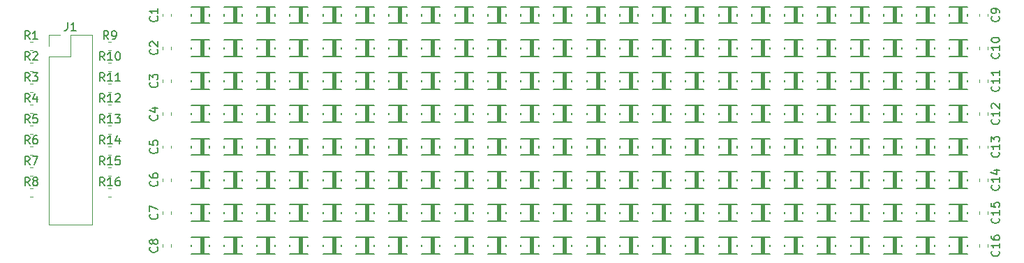
<source format=gbr>
G04 #@! TF.GenerationSoftware,KiCad,Pcbnew,5.1.4*
G04 #@! TF.CreationDate,2019-08-22T23:24:25+12:00*
G04 #@! TF.ProjectId,phloxleds,70686c6f-786c-4656-9473-2e6b69636164,rev?*
G04 #@! TF.SameCoordinates,Original*
G04 #@! TF.FileFunction,Legend,Top*
G04 #@! TF.FilePolarity,Positive*
%FSLAX46Y46*%
G04 Gerber Fmt 4.6, Leading zero omitted, Abs format (unit mm)*
G04 Created by KiCad (PCBNEW 5.1.4) date 2019-08-22 23:24:25*
%MOMM*%
%LPD*%
G04 APERTURE LIST*
%ADD10C,0.120000*%
%ADD11C,0.100000*%
%ADD12C,0.150000*%
G04 APERTURE END LIST*
D10*
X62585000Y-25920000D02*
X63915000Y-25920000D01*
X62585000Y-27250000D02*
X62585000Y-25920000D01*
X65185000Y-25920000D02*
X67785000Y-25920000D01*
X65185000Y-28520000D02*
X65185000Y-25920000D01*
X62585000Y-28520000D02*
X65185000Y-28520000D01*
X67785000Y-25920000D02*
X67785000Y-48900000D01*
X62585000Y-28520000D02*
X62585000Y-48900000D01*
X62585000Y-48900000D02*
X67785000Y-48900000D01*
D11*
G36*
X172915000Y-50500000D02*
G01*
X173415000Y-50500000D01*
X173415000Y-52500000D01*
X172915000Y-52500000D01*
X172915000Y-50500000D01*
G37*
D12*
X171815000Y-50500000D02*
X174015000Y-50500000D01*
X171815000Y-52500000D02*
X174015000Y-52500000D01*
X171815000Y-51400000D02*
X171815000Y-51600000D01*
X174015000Y-51400000D02*
X174015000Y-51600000D01*
D11*
G36*
X168915000Y-50500000D02*
G01*
X169415000Y-50500000D01*
X169415000Y-52500000D01*
X168915000Y-52500000D01*
X168915000Y-50500000D01*
G37*
D12*
X167815000Y-50500000D02*
X170015000Y-50500000D01*
X167815000Y-52500000D02*
X170015000Y-52500000D01*
X167815000Y-51400000D02*
X167815000Y-51600000D01*
X170015000Y-51400000D02*
X170015000Y-51600000D01*
D11*
G36*
X164915000Y-50500000D02*
G01*
X165415000Y-50500000D01*
X165415000Y-52500000D01*
X164915000Y-52500000D01*
X164915000Y-50500000D01*
G37*
D12*
X163815000Y-50500000D02*
X166015000Y-50500000D01*
X163815000Y-52500000D02*
X166015000Y-52500000D01*
X163815000Y-51400000D02*
X163815000Y-51600000D01*
X166015000Y-51400000D02*
X166015000Y-51600000D01*
D11*
G36*
X160915000Y-50500000D02*
G01*
X161415000Y-50500000D01*
X161415000Y-52500000D01*
X160915000Y-52500000D01*
X160915000Y-50500000D01*
G37*
D12*
X159815000Y-50500000D02*
X162015000Y-50500000D01*
X159815000Y-52500000D02*
X162015000Y-52500000D01*
X159815000Y-51400000D02*
X159815000Y-51600000D01*
X162015000Y-51400000D02*
X162015000Y-51600000D01*
D11*
G36*
X156915000Y-50500000D02*
G01*
X157415000Y-50500000D01*
X157415000Y-52500000D01*
X156915000Y-52500000D01*
X156915000Y-50500000D01*
G37*
D12*
X155815000Y-50500000D02*
X158015000Y-50500000D01*
X155815000Y-52500000D02*
X158015000Y-52500000D01*
X155815000Y-51400000D02*
X155815000Y-51600000D01*
X158015000Y-51400000D02*
X158015000Y-51600000D01*
D11*
G36*
X152915000Y-50500000D02*
G01*
X153415000Y-50500000D01*
X153415000Y-52500000D01*
X152915000Y-52500000D01*
X152915000Y-50500000D01*
G37*
D12*
X151815000Y-50500000D02*
X154015000Y-50500000D01*
X151815000Y-52500000D02*
X154015000Y-52500000D01*
X151815000Y-51400000D02*
X151815000Y-51600000D01*
X154015000Y-51400000D02*
X154015000Y-51600000D01*
D11*
G36*
X148915000Y-50500000D02*
G01*
X149415000Y-50500000D01*
X149415000Y-52500000D01*
X148915000Y-52500000D01*
X148915000Y-50500000D01*
G37*
D12*
X147815000Y-50500000D02*
X150015000Y-50500000D01*
X147815000Y-52500000D02*
X150015000Y-52500000D01*
X147815000Y-51400000D02*
X147815000Y-51600000D01*
X150015000Y-51400000D02*
X150015000Y-51600000D01*
D11*
G36*
X144915000Y-50500000D02*
G01*
X145415000Y-50500000D01*
X145415000Y-52500000D01*
X144915000Y-52500000D01*
X144915000Y-50500000D01*
G37*
D12*
X143815000Y-50500000D02*
X146015000Y-50500000D01*
X143815000Y-52500000D02*
X146015000Y-52500000D01*
X143815000Y-51400000D02*
X143815000Y-51600000D01*
X146015000Y-51400000D02*
X146015000Y-51600000D01*
D11*
G36*
X140915000Y-50500000D02*
G01*
X141415000Y-50500000D01*
X141415000Y-52500000D01*
X140915000Y-52500000D01*
X140915000Y-50500000D01*
G37*
D12*
X139815000Y-50500000D02*
X142015000Y-50500000D01*
X139815000Y-52500000D02*
X142015000Y-52500000D01*
X139815000Y-51400000D02*
X139815000Y-51600000D01*
X142015000Y-51400000D02*
X142015000Y-51600000D01*
D11*
G36*
X136915000Y-50500000D02*
G01*
X137415000Y-50500000D01*
X137415000Y-52500000D01*
X136915000Y-52500000D01*
X136915000Y-50500000D01*
G37*
D12*
X135815000Y-50500000D02*
X138015000Y-50500000D01*
X135815000Y-52500000D02*
X138015000Y-52500000D01*
X135815000Y-51400000D02*
X135815000Y-51600000D01*
X138015000Y-51400000D02*
X138015000Y-51600000D01*
D11*
G36*
X132915000Y-50500000D02*
G01*
X133415000Y-50500000D01*
X133415000Y-52500000D01*
X132915000Y-52500000D01*
X132915000Y-50500000D01*
G37*
D12*
X131815000Y-50500000D02*
X134015000Y-50500000D01*
X131815000Y-52500000D02*
X134015000Y-52500000D01*
X131815000Y-51400000D02*
X131815000Y-51600000D01*
X134015000Y-51400000D02*
X134015000Y-51600000D01*
D11*
G36*
X128915000Y-50500000D02*
G01*
X129415000Y-50500000D01*
X129415000Y-52500000D01*
X128915000Y-52500000D01*
X128915000Y-50500000D01*
G37*
D12*
X127815000Y-50500000D02*
X130015000Y-50500000D01*
X127815000Y-52500000D02*
X130015000Y-52500000D01*
X127815000Y-51400000D02*
X127815000Y-51600000D01*
X130015000Y-51400000D02*
X130015000Y-51600000D01*
D11*
G36*
X172915000Y-46500000D02*
G01*
X173415000Y-46500000D01*
X173415000Y-48500000D01*
X172915000Y-48500000D01*
X172915000Y-46500000D01*
G37*
D12*
X171815000Y-46500000D02*
X174015000Y-46500000D01*
X171815000Y-48500000D02*
X174015000Y-48500000D01*
X171815000Y-47400000D02*
X171815000Y-47600000D01*
X174015000Y-47400000D02*
X174015000Y-47600000D01*
D11*
G36*
X168915000Y-46500000D02*
G01*
X169415000Y-46500000D01*
X169415000Y-48500000D01*
X168915000Y-48500000D01*
X168915000Y-46500000D01*
G37*
D12*
X167815000Y-46500000D02*
X170015000Y-46500000D01*
X167815000Y-48500000D02*
X170015000Y-48500000D01*
X167815000Y-47400000D02*
X167815000Y-47600000D01*
X170015000Y-47400000D02*
X170015000Y-47600000D01*
D11*
G36*
X164915000Y-46500000D02*
G01*
X165415000Y-46500000D01*
X165415000Y-48500000D01*
X164915000Y-48500000D01*
X164915000Y-46500000D01*
G37*
D12*
X163815000Y-46500000D02*
X166015000Y-46500000D01*
X163815000Y-48500000D02*
X166015000Y-48500000D01*
X163815000Y-47400000D02*
X163815000Y-47600000D01*
X166015000Y-47400000D02*
X166015000Y-47600000D01*
D11*
G36*
X160915000Y-46500000D02*
G01*
X161415000Y-46500000D01*
X161415000Y-48500000D01*
X160915000Y-48500000D01*
X160915000Y-46500000D01*
G37*
D12*
X159815000Y-46500000D02*
X162015000Y-46500000D01*
X159815000Y-48500000D02*
X162015000Y-48500000D01*
X159815000Y-47400000D02*
X159815000Y-47600000D01*
X162015000Y-47400000D02*
X162015000Y-47600000D01*
D11*
G36*
X156915000Y-46500000D02*
G01*
X157415000Y-46500000D01*
X157415000Y-48500000D01*
X156915000Y-48500000D01*
X156915000Y-46500000D01*
G37*
D12*
X155815000Y-46500000D02*
X158015000Y-46500000D01*
X155815000Y-48500000D02*
X158015000Y-48500000D01*
X155815000Y-47400000D02*
X155815000Y-47600000D01*
X158015000Y-47400000D02*
X158015000Y-47600000D01*
D11*
G36*
X152915000Y-46500000D02*
G01*
X153415000Y-46500000D01*
X153415000Y-48500000D01*
X152915000Y-48500000D01*
X152915000Y-46500000D01*
G37*
D12*
X151815000Y-46500000D02*
X154015000Y-46500000D01*
X151815000Y-48500000D02*
X154015000Y-48500000D01*
X151815000Y-47400000D02*
X151815000Y-47600000D01*
X154015000Y-47400000D02*
X154015000Y-47600000D01*
D11*
G36*
X148915000Y-46500000D02*
G01*
X149415000Y-46500000D01*
X149415000Y-48500000D01*
X148915000Y-48500000D01*
X148915000Y-46500000D01*
G37*
D12*
X147815000Y-46500000D02*
X150015000Y-46500000D01*
X147815000Y-48500000D02*
X150015000Y-48500000D01*
X147815000Y-47400000D02*
X147815000Y-47600000D01*
X150015000Y-47400000D02*
X150015000Y-47600000D01*
D11*
G36*
X144915000Y-46500000D02*
G01*
X145415000Y-46500000D01*
X145415000Y-48500000D01*
X144915000Y-48500000D01*
X144915000Y-46500000D01*
G37*
D12*
X143815000Y-46500000D02*
X146015000Y-46500000D01*
X143815000Y-48500000D02*
X146015000Y-48500000D01*
X143815000Y-47400000D02*
X143815000Y-47600000D01*
X146015000Y-47400000D02*
X146015000Y-47600000D01*
D11*
G36*
X140915000Y-46500000D02*
G01*
X141415000Y-46500000D01*
X141415000Y-48500000D01*
X140915000Y-48500000D01*
X140915000Y-46500000D01*
G37*
D12*
X139815000Y-46500000D02*
X142015000Y-46500000D01*
X139815000Y-48500000D02*
X142015000Y-48500000D01*
X139815000Y-47400000D02*
X139815000Y-47600000D01*
X142015000Y-47400000D02*
X142015000Y-47600000D01*
D11*
G36*
X136915000Y-46500000D02*
G01*
X137415000Y-46500000D01*
X137415000Y-48500000D01*
X136915000Y-48500000D01*
X136915000Y-46500000D01*
G37*
D12*
X135815000Y-46500000D02*
X138015000Y-46500000D01*
X135815000Y-48500000D02*
X138015000Y-48500000D01*
X135815000Y-47400000D02*
X135815000Y-47600000D01*
X138015000Y-47400000D02*
X138015000Y-47600000D01*
D11*
G36*
X132915000Y-46500000D02*
G01*
X133415000Y-46500000D01*
X133415000Y-48500000D01*
X132915000Y-48500000D01*
X132915000Y-46500000D01*
G37*
D12*
X131815000Y-46500000D02*
X134015000Y-46500000D01*
X131815000Y-48500000D02*
X134015000Y-48500000D01*
X131815000Y-47400000D02*
X131815000Y-47600000D01*
X134015000Y-47400000D02*
X134015000Y-47600000D01*
D11*
G36*
X128915000Y-46500000D02*
G01*
X129415000Y-46500000D01*
X129415000Y-48500000D01*
X128915000Y-48500000D01*
X128915000Y-46500000D01*
G37*
D12*
X127815000Y-46500000D02*
X130015000Y-46500000D01*
X127815000Y-48500000D02*
X130015000Y-48500000D01*
X127815000Y-47400000D02*
X127815000Y-47600000D01*
X130015000Y-47400000D02*
X130015000Y-47600000D01*
D11*
G36*
X172915000Y-42500000D02*
G01*
X173415000Y-42500000D01*
X173415000Y-44500000D01*
X172915000Y-44500000D01*
X172915000Y-42500000D01*
G37*
D12*
X171815000Y-42500000D02*
X174015000Y-42500000D01*
X171815000Y-44500000D02*
X174015000Y-44500000D01*
X171815000Y-43400000D02*
X171815000Y-43600000D01*
X174015000Y-43400000D02*
X174015000Y-43600000D01*
D11*
G36*
X168915000Y-42500000D02*
G01*
X169415000Y-42500000D01*
X169415000Y-44500000D01*
X168915000Y-44500000D01*
X168915000Y-42500000D01*
G37*
D12*
X167815000Y-42500000D02*
X170015000Y-42500000D01*
X167815000Y-44500000D02*
X170015000Y-44500000D01*
X167815000Y-43400000D02*
X167815000Y-43600000D01*
X170015000Y-43400000D02*
X170015000Y-43600000D01*
D11*
G36*
X164915000Y-42500000D02*
G01*
X165415000Y-42500000D01*
X165415000Y-44500000D01*
X164915000Y-44500000D01*
X164915000Y-42500000D01*
G37*
D12*
X163815000Y-42500000D02*
X166015000Y-42500000D01*
X163815000Y-44500000D02*
X166015000Y-44500000D01*
X163815000Y-43400000D02*
X163815000Y-43600000D01*
X166015000Y-43400000D02*
X166015000Y-43600000D01*
D11*
G36*
X160915000Y-42500000D02*
G01*
X161415000Y-42500000D01*
X161415000Y-44500000D01*
X160915000Y-44500000D01*
X160915000Y-42500000D01*
G37*
D12*
X159815000Y-42500000D02*
X162015000Y-42500000D01*
X159815000Y-44500000D02*
X162015000Y-44500000D01*
X159815000Y-43400000D02*
X159815000Y-43600000D01*
X162015000Y-43400000D02*
X162015000Y-43600000D01*
D11*
G36*
X156915000Y-42500000D02*
G01*
X157415000Y-42500000D01*
X157415000Y-44500000D01*
X156915000Y-44500000D01*
X156915000Y-42500000D01*
G37*
D12*
X155815000Y-42500000D02*
X158015000Y-42500000D01*
X155815000Y-44500000D02*
X158015000Y-44500000D01*
X155815000Y-43400000D02*
X155815000Y-43600000D01*
X158015000Y-43400000D02*
X158015000Y-43600000D01*
D11*
G36*
X152915000Y-42500000D02*
G01*
X153415000Y-42500000D01*
X153415000Y-44500000D01*
X152915000Y-44500000D01*
X152915000Y-42500000D01*
G37*
D12*
X151815000Y-42500000D02*
X154015000Y-42500000D01*
X151815000Y-44500000D02*
X154015000Y-44500000D01*
X151815000Y-43400000D02*
X151815000Y-43600000D01*
X154015000Y-43400000D02*
X154015000Y-43600000D01*
D11*
G36*
X148915000Y-42500000D02*
G01*
X149415000Y-42500000D01*
X149415000Y-44500000D01*
X148915000Y-44500000D01*
X148915000Y-42500000D01*
G37*
D12*
X147815000Y-42500000D02*
X150015000Y-42500000D01*
X147815000Y-44500000D02*
X150015000Y-44500000D01*
X147815000Y-43400000D02*
X147815000Y-43600000D01*
X150015000Y-43400000D02*
X150015000Y-43600000D01*
D11*
G36*
X144915000Y-42500000D02*
G01*
X145415000Y-42500000D01*
X145415000Y-44500000D01*
X144915000Y-44500000D01*
X144915000Y-42500000D01*
G37*
D12*
X143815000Y-42500000D02*
X146015000Y-42500000D01*
X143815000Y-44500000D02*
X146015000Y-44500000D01*
X143815000Y-43400000D02*
X143815000Y-43600000D01*
X146015000Y-43400000D02*
X146015000Y-43600000D01*
D11*
G36*
X140915000Y-42500000D02*
G01*
X141415000Y-42500000D01*
X141415000Y-44500000D01*
X140915000Y-44500000D01*
X140915000Y-42500000D01*
G37*
D12*
X139815000Y-42500000D02*
X142015000Y-42500000D01*
X139815000Y-44500000D02*
X142015000Y-44500000D01*
X139815000Y-43400000D02*
X139815000Y-43600000D01*
X142015000Y-43400000D02*
X142015000Y-43600000D01*
D11*
G36*
X136915000Y-42500000D02*
G01*
X137415000Y-42500000D01*
X137415000Y-44500000D01*
X136915000Y-44500000D01*
X136915000Y-42500000D01*
G37*
D12*
X135815000Y-42500000D02*
X138015000Y-42500000D01*
X135815000Y-44500000D02*
X138015000Y-44500000D01*
X135815000Y-43400000D02*
X135815000Y-43600000D01*
X138015000Y-43400000D02*
X138015000Y-43600000D01*
D11*
G36*
X132915000Y-42500000D02*
G01*
X133415000Y-42500000D01*
X133415000Y-44500000D01*
X132915000Y-44500000D01*
X132915000Y-42500000D01*
G37*
D12*
X131815000Y-42500000D02*
X134015000Y-42500000D01*
X131815000Y-44500000D02*
X134015000Y-44500000D01*
X131815000Y-43400000D02*
X131815000Y-43600000D01*
X134015000Y-43400000D02*
X134015000Y-43600000D01*
D11*
G36*
X128915000Y-42500000D02*
G01*
X129415000Y-42500000D01*
X129415000Y-44500000D01*
X128915000Y-44500000D01*
X128915000Y-42500000D01*
G37*
D12*
X127815000Y-42500000D02*
X130015000Y-42500000D01*
X127815000Y-44500000D02*
X130015000Y-44500000D01*
X127815000Y-43400000D02*
X127815000Y-43600000D01*
X130015000Y-43400000D02*
X130015000Y-43600000D01*
D11*
G36*
X172915000Y-38500000D02*
G01*
X173415000Y-38500000D01*
X173415000Y-40500000D01*
X172915000Y-40500000D01*
X172915000Y-38500000D01*
G37*
D12*
X171815000Y-38500000D02*
X174015000Y-38500000D01*
X171815000Y-40500000D02*
X174015000Y-40500000D01*
X171815000Y-39400000D02*
X171815000Y-39600000D01*
X174015000Y-39400000D02*
X174015000Y-39600000D01*
D11*
G36*
X168915000Y-38500000D02*
G01*
X169415000Y-38500000D01*
X169415000Y-40500000D01*
X168915000Y-40500000D01*
X168915000Y-38500000D01*
G37*
D12*
X167815000Y-38500000D02*
X170015000Y-38500000D01*
X167815000Y-40500000D02*
X170015000Y-40500000D01*
X167815000Y-39400000D02*
X167815000Y-39600000D01*
X170015000Y-39400000D02*
X170015000Y-39600000D01*
D11*
G36*
X164915000Y-38500000D02*
G01*
X165415000Y-38500000D01*
X165415000Y-40500000D01*
X164915000Y-40500000D01*
X164915000Y-38500000D01*
G37*
D12*
X163815000Y-38500000D02*
X166015000Y-38500000D01*
X163815000Y-40500000D02*
X166015000Y-40500000D01*
X163815000Y-39400000D02*
X163815000Y-39600000D01*
X166015000Y-39400000D02*
X166015000Y-39600000D01*
D11*
G36*
X160915000Y-38500000D02*
G01*
X161415000Y-38500000D01*
X161415000Y-40500000D01*
X160915000Y-40500000D01*
X160915000Y-38500000D01*
G37*
D12*
X159815000Y-38500000D02*
X162015000Y-38500000D01*
X159815000Y-40500000D02*
X162015000Y-40500000D01*
X159815000Y-39400000D02*
X159815000Y-39600000D01*
X162015000Y-39400000D02*
X162015000Y-39600000D01*
D11*
G36*
X156915000Y-38500000D02*
G01*
X157415000Y-38500000D01*
X157415000Y-40500000D01*
X156915000Y-40500000D01*
X156915000Y-38500000D01*
G37*
D12*
X155815000Y-38500000D02*
X158015000Y-38500000D01*
X155815000Y-40500000D02*
X158015000Y-40500000D01*
X155815000Y-39400000D02*
X155815000Y-39600000D01*
X158015000Y-39400000D02*
X158015000Y-39600000D01*
D11*
G36*
X152915000Y-38500000D02*
G01*
X153415000Y-38500000D01*
X153415000Y-40500000D01*
X152915000Y-40500000D01*
X152915000Y-38500000D01*
G37*
D12*
X151815000Y-38500000D02*
X154015000Y-38500000D01*
X151815000Y-40500000D02*
X154015000Y-40500000D01*
X151815000Y-39400000D02*
X151815000Y-39600000D01*
X154015000Y-39400000D02*
X154015000Y-39600000D01*
D11*
G36*
X148915000Y-38500000D02*
G01*
X149415000Y-38500000D01*
X149415000Y-40500000D01*
X148915000Y-40500000D01*
X148915000Y-38500000D01*
G37*
D12*
X147815000Y-38500000D02*
X150015000Y-38500000D01*
X147815000Y-40500000D02*
X150015000Y-40500000D01*
X147815000Y-39400000D02*
X147815000Y-39600000D01*
X150015000Y-39400000D02*
X150015000Y-39600000D01*
D11*
G36*
X144915000Y-38500000D02*
G01*
X145415000Y-38500000D01*
X145415000Y-40500000D01*
X144915000Y-40500000D01*
X144915000Y-38500000D01*
G37*
D12*
X143815000Y-38500000D02*
X146015000Y-38500000D01*
X143815000Y-40500000D02*
X146015000Y-40500000D01*
X143815000Y-39400000D02*
X143815000Y-39600000D01*
X146015000Y-39400000D02*
X146015000Y-39600000D01*
D11*
G36*
X140915000Y-38500000D02*
G01*
X141415000Y-38500000D01*
X141415000Y-40500000D01*
X140915000Y-40500000D01*
X140915000Y-38500000D01*
G37*
D12*
X139815000Y-38500000D02*
X142015000Y-38500000D01*
X139815000Y-40500000D02*
X142015000Y-40500000D01*
X139815000Y-39400000D02*
X139815000Y-39600000D01*
X142015000Y-39400000D02*
X142015000Y-39600000D01*
D11*
G36*
X136915000Y-38500000D02*
G01*
X137415000Y-38500000D01*
X137415000Y-40500000D01*
X136915000Y-40500000D01*
X136915000Y-38500000D01*
G37*
D12*
X135815000Y-38500000D02*
X138015000Y-38500000D01*
X135815000Y-40500000D02*
X138015000Y-40500000D01*
X135815000Y-39400000D02*
X135815000Y-39600000D01*
X138015000Y-39400000D02*
X138015000Y-39600000D01*
D11*
G36*
X132915000Y-38500000D02*
G01*
X133415000Y-38500000D01*
X133415000Y-40500000D01*
X132915000Y-40500000D01*
X132915000Y-38500000D01*
G37*
D12*
X131815000Y-38500000D02*
X134015000Y-38500000D01*
X131815000Y-40500000D02*
X134015000Y-40500000D01*
X131815000Y-39400000D02*
X131815000Y-39600000D01*
X134015000Y-39400000D02*
X134015000Y-39600000D01*
D11*
G36*
X128915000Y-38500000D02*
G01*
X129415000Y-38500000D01*
X129415000Y-40500000D01*
X128915000Y-40500000D01*
X128915000Y-38500000D01*
G37*
D12*
X127815000Y-38500000D02*
X130015000Y-38500000D01*
X127815000Y-40500000D02*
X130015000Y-40500000D01*
X127815000Y-39400000D02*
X127815000Y-39600000D01*
X130015000Y-39400000D02*
X130015000Y-39600000D01*
D11*
G36*
X172915000Y-34500000D02*
G01*
X173415000Y-34500000D01*
X173415000Y-36500000D01*
X172915000Y-36500000D01*
X172915000Y-34500000D01*
G37*
D12*
X171815000Y-34500000D02*
X174015000Y-34500000D01*
X171815000Y-36500000D02*
X174015000Y-36500000D01*
X171815000Y-35400000D02*
X171815000Y-35600000D01*
X174015000Y-35400000D02*
X174015000Y-35600000D01*
D11*
G36*
X168915000Y-34500000D02*
G01*
X169415000Y-34500000D01*
X169415000Y-36500000D01*
X168915000Y-36500000D01*
X168915000Y-34500000D01*
G37*
D12*
X167815000Y-34500000D02*
X170015000Y-34500000D01*
X167815000Y-36500000D02*
X170015000Y-36500000D01*
X167815000Y-35400000D02*
X167815000Y-35600000D01*
X170015000Y-35400000D02*
X170015000Y-35600000D01*
D11*
G36*
X164915000Y-34500000D02*
G01*
X165415000Y-34500000D01*
X165415000Y-36500000D01*
X164915000Y-36500000D01*
X164915000Y-34500000D01*
G37*
D12*
X163815000Y-34500000D02*
X166015000Y-34500000D01*
X163815000Y-36500000D02*
X166015000Y-36500000D01*
X163815000Y-35400000D02*
X163815000Y-35600000D01*
X166015000Y-35400000D02*
X166015000Y-35600000D01*
D11*
G36*
X160915000Y-34500000D02*
G01*
X161415000Y-34500000D01*
X161415000Y-36500000D01*
X160915000Y-36500000D01*
X160915000Y-34500000D01*
G37*
D12*
X159815000Y-34500000D02*
X162015000Y-34500000D01*
X159815000Y-36500000D02*
X162015000Y-36500000D01*
X159815000Y-35400000D02*
X159815000Y-35600000D01*
X162015000Y-35400000D02*
X162015000Y-35600000D01*
D11*
G36*
X156915000Y-34500000D02*
G01*
X157415000Y-34500000D01*
X157415000Y-36500000D01*
X156915000Y-36500000D01*
X156915000Y-34500000D01*
G37*
D12*
X155815000Y-34500000D02*
X158015000Y-34500000D01*
X155815000Y-36500000D02*
X158015000Y-36500000D01*
X155815000Y-35400000D02*
X155815000Y-35600000D01*
X158015000Y-35400000D02*
X158015000Y-35600000D01*
D11*
G36*
X152915000Y-34500000D02*
G01*
X153415000Y-34500000D01*
X153415000Y-36500000D01*
X152915000Y-36500000D01*
X152915000Y-34500000D01*
G37*
D12*
X151815000Y-34500000D02*
X154015000Y-34500000D01*
X151815000Y-36500000D02*
X154015000Y-36500000D01*
X151815000Y-35400000D02*
X151815000Y-35600000D01*
X154015000Y-35400000D02*
X154015000Y-35600000D01*
D11*
G36*
X148915000Y-34500000D02*
G01*
X149415000Y-34500000D01*
X149415000Y-36500000D01*
X148915000Y-36500000D01*
X148915000Y-34500000D01*
G37*
D12*
X147815000Y-34500000D02*
X150015000Y-34500000D01*
X147815000Y-36500000D02*
X150015000Y-36500000D01*
X147815000Y-35400000D02*
X147815000Y-35600000D01*
X150015000Y-35400000D02*
X150015000Y-35600000D01*
D11*
G36*
X144915000Y-34500000D02*
G01*
X145415000Y-34500000D01*
X145415000Y-36500000D01*
X144915000Y-36500000D01*
X144915000Y-34500000D01*
G37*
D12*
X143815000Y-34500000D02*
X146015000Y-34500000D01*
X143815000Y-36500000D02*
X146015000Y-36500000D01*
X143815000Y-35400000D02*
X143815000Y-35600000D01*
X146015000Y-35400000D02*
X146015000Y-35600000D01*
D11*
G36*
X140915000Y-34500000D02*
G01*
X141415000Y-34500000D01*
X141415000Y-36500000D01*
X140915000Y-36500000D01*
X140915000Y-34500000D01*
G37*
D12*
X139815000Y-34500000D02*
X142015000Y-34500000D01*
X139815000Y-36500000D02*
X142015000Y-36500000D01*
X139815000Y-35400000D02*
X139815000Y-35600000D01*
X142015000Y-35400000D02*
X142015000Y-35600000D01*
D11*
G36*
X136915000Y-34500000D02*
G01*
X137415000Y-34500000D01*
X137415000Y-36500000D01*
X136915000Y-36500000D01*
X136915000Y-34500000D01*
G37*
D12*
X135815000Y-34500000D02*
X138015000Y-34500000D01*
X135815000Y-36500000D02*
X138015000Y-36500000D01*
X135815000Y-35400000D02*
X135815000Y-35600000D01*
X138015000Y-35400000D02*
X138015000Y-35600000D01*
D11*
G36*
X132915000Y-34500000D02*
G01*
X133415000Y-34500000D01*
X133415000Y-36500000D01*
X132915000Y-36500000D01*
X132915000Y-34500000D01*
G37*
D12*
X131815000Y-34500000D02*
X134015000Y-34500000D01*
X131815000Y-36500000D02*
X134015000Y-36500000D01*
X131815000Y-35400000D02*
X131815000Y-35600000D01*
X134015000Y-35400000D02*
X134015000Y-35600000D01*
D11*
G36*
X128915000Y-34500000D02*
G01*
X129415000Y-34500000D01*
X129415000Y-36500000D01*
X128915000Y-36500000D01*
X128915000Y-34500000D01*
G37*
D12*
X127815000Y-34500000D02*
X130015000Y-34500000D01*
X127815000Y-36500000D02*
X130015000Y-36500000D01*
X127815000Y-35400000D02*
X127815000Y-35600000D01*
X130015000Y-35400000D02*
X130015000Y-35600000D01*
D11*
G36*
X172915000Y-30500000D02*
G01*
X173415000Y-30500000D01*
X173415000Y-32500000D01*
X172915000Y-32500000D01*
X172915000Y-30500000D01*
G37*
D12*
X171815000Y-30500000D02*
X174015000Y-30500000D01*
X171815000Y-32500000D02*
X174015000Y-32500000D01*
X171815000Y-31400000D02*
X171815000Y-31600000D01*
X174015000Y-31400000D02*
X174015000Y-31600000D01*
D11*
G36*
X168915000Y-30500000D02*
G01*
X169415000Y-30500000D01*
X169415000Y-32500000D01*
X168915000Y-32500000D01*
X168915000Y-30500000D01*
G37*
D12*
X167815000Y-30500000D02*
X170015000Y-30500000D01*
X167815000Y-32500000D02*
X170015000Y-32500000D01*
X167815000Y-31400000D02*
X167815000Y-31600000D01*
X170015000Y-31400000D02*
X170015000Y-31600000D01*
D11*
G36*
X164915000Y-30500000D02*
G01*
X165415000Y-30500000D01*
X165415000Y-32500000D01*
X164915000Y-32500000D01*
X164915000Y-30500000D01*
G37*
D12*
X163815000Y-30500000D02*
X166015000Y-30500000D01*
X163815000Y-32500000D02*
X166015000Y-32500000D01*
X163815000Y-31400000D02*
X163815000Y-31600000D01*
X166015000Y-31400000D02*
X166015000Y-31600000D01*
D11*
G36*
X160915000Y-30500000D02*
G01*
X161415000Y-30500000D01*
X161415000Y-32500000D01*
X160915000Y-32500000D01*
X160915000Y-30500000D01*
G37*
D12*
X159815000Y-30500000D02*
X162015000Y-30500000D01*
X159815000Y-32500000D02*
X162015000Y-32500000D01*
X159815000Y-31400000D02*
X159815000Y-31600000D01*
X162015000Y-31400000D02*
X162015000Y-31600000D01*
D11*
G36*
X156915000Y-30500000D02*
G01*
X157415000Y-30500000D01*
X157415000Y-32500000D01*
X156915000Y-32500000D01*
X156915000Y-30500000D01*
G37*
D12*
X155815000Y-30500000D02*
X158015000Y-30500000D01*
X155815000Y-32500000D02*
X158015000Y-32500000D01*
X155815000Y-31400000D02*
X155815000Y-31600000D01*
X158015000Y-31400000D02*
X158015000Y-31600000D01*
D11*
G36*
X152915000Y-30500000D02*
G01*
X153415000Y-30500000D01*
X153415000Y-32500000D01*
X152915000Y-32500000D01*
X152915000Y-30500000D01*
G37*
D12*
X151815000Y-30500000D02*
X154015000Y-30500000D01*
X151815000Y-32500000D02*
X154015000Y-32500000D01*
X151815000Y-31400000D02*
X151815000Y-31600000D01*
X154015000Y-31400000D02*
X154015000Y-31600000D01*
D11*
G36*
X148915000Y-30500000D02*
G01*
X149415000Y-30500000D01*
X149415000Y-32500000D01*
X148915000Y-32500000D01*
X148915000Y-30500000D01*
G37*
D12*
X147815000Y-30500000D02*
X150015000Y-30500000D01*
X147815000Y-32500000D02*
X150015000Y-32500000D01*
X147815000Y-31400000D02*
X147815000Y-31600000D01*
X150015000Y-31400000D02*
X150015000Y-31600000D01*
D11*
G36*
X144915000Y-30500000D02*
G01*
X145415000Y-30500000D01*
X145415000Y-32500000D01*
X144915000Y-32500000D01*
X144915000Y-30500000D01*
G37*
D12*
X143815000Y-30500000D02*
X146015000Y-30500000D01*
X143815000Y-32500000D02*
X146015000Y-32500000D01*
X143815000Y-31400000D02*
X143815000Y-31600000D01*
X146015000Y-31400000D02*
X146015000Y-31600000D01*
D11*
G36*
X140915000Y-30500000D02*
G01*
X141415000Y-30500000D01*
X141415000Y-32500000D01*
X140915000Y-32500000D01*
X140915000Y-30500000D01*
G37*
D12*
X139815000Y-30500000D02*
X142015000Y-30500000D01*
X139815000Y-32500000D02*
X142015000Y-32500000D01*
X139815000Y-31400000D02*
X139815000Y-31600000D01*
X142015000Y-31400000D02*
X142015000Y-31600000D01*
D11*
G36*
X136915000Y-30500000D02*
G01*
X137415000Y-30500000D01*
X137415000Y-32500000D01*
X136915000Y-32500000D01*
X136915000Y-30500000D01*
G37*
D12*
X135815000Y-30500000D02*
X138015000Y-30500000D01*
X135815000Y-32500000D02*
X138015000Y-32500000D01*
X135815000Y-31400000D02*
X135815000Y-31600000D01*
X138015000Y-31400000D02*
X138015000Y-31600000D01*
D11*
G36*
X132915000Y-30500000D02*
G01*
X133415000Y-30500000D01*
X133415000Y-32500000D01*
X132915000Y-32500000D01*
X132915000Y-30500000D01*
G37*
D12*
X131815000Y-30500000D02*
X134015000Y-30500000D01*
X131815000Y-32500000D02*
X134015000Y-32500000D01*
X131815000Y-31400000D02*
X131815000Y-31600000D01*
X134015000Y-31400000D02*
X134015000Y-31600000D01*
X130015000Y-31400000D02*
X130015000Y-31600000D01*
X127815000Y-31400000D02*
X127815000Y-31600000D01*
X127815000Y-32500000D02*
X130015000Y-32500000D01*
X127815000Y-30500000D02*
X130015000Y-30500000D01*
D11*
G36*
X128915000Y-30500000D02*
G01*
X129415000Y-30500000D01*
X129415000Y-32500000D01*
X128915000Y-32500000D01*
X128915000Y-30500000D01*
G37*
D12*
X126015000Y-51400000D02*
X126015000Y-51600000D01*
X123815000Y-51400000D02*
X123815000Y-51600000D01*
X123815000Y-52500000D02*
X126015000Y-52500000D01*
X123815000Y-50500000D02*
X126015000Y-50500000D01*
D11*
G36*
X124915000Y-50500000D02*
G01*
X125415000Y-50500000D01*
X125415000Y-52500000D01*
X124915000Y-52500000D01*
X124915000Y-50500000D01*
G37*
D12*
X122015000Y-51400000D02*
X122015000Y-51600000D01*
X119815000Y-51400000D02*
X119815000Y-51600000D01*
X119815000Y-52500000D02*
X122015000Y-52500000D01*
X119815000Y-50500000D02*
X122015000Y-50500000D01*
D11*
G36*
X120915000Y-50500000D02*
G01*
X121415000Y-50500000D01*
X121415000Y-52500000D01*
X120915000Y-52500000D01*
X120915000Y-50500000D01*
G37*
D12*
X118015000Y-51400000D02*
X118015000Y-51600000D01*
X115815000Y-51400000D02*
X115815000Y-51600000D01*
X115815000Y-52500000D02*
X118015000Y-52500000D01*
X115815000Y-50500000D02*
X118015000Y-50500000D01*
D11*
G36*
X116915000Y-50500000D02*
G01*
X117415000Y-50500000D01*
X117415000Y-52500000D01*
X116915000Y-52500000D01*
X116915000Y-50500000D01*
G37*
D12*
X114015000Y-51400000D02*
X114015000Y-51600000D01*
X111815000Y-51400000D02*
X111815000Y-51600000D01*
X111815000Y-52500000D02*
X114015000Y-52500000D01*
X111815000Y-50500000D02*
X114015000Y-50500000D01*
D11*
G36*
X112915000Y-50500000D02*
G01*
X113415000Y-50500000D01*
X113415000Y-52500000D01*
X112915000Y-52500000D01*
X112915000Y-50500000D01*
G37*
D12*
X110015000Y-51400000D02*
X110015000Y-51600000D01*
X107815000Y-51400000D02*
X107815000Y-51600000D01*
X107815000Y-52500000D02*
X110015000Y-52500000D01*
X107815000Y-50500000D02*
X110015000Y-50500000D01*
D11*
G36*
X108915000Y-50500000D02*
G01*
X109415000Y-50500000D01*
X109415000Y-52500000D01*
X108915000Y-52500000D01*
X108915000Y-50500000D01*
G37*
D12*
X106015000Y-51400000D02*
X106015000Y-51600000D01*
X103815000Y-51400000D02*
X103815000Y-51600000D01*
X103815000Y-52500000D02*
X106015000Y-52500000D01*
X103815000Y-50500000D02*
X106015000Y-50500000D01*
D11*
G36*
X104915000Y-50500000D02*
G01*
X105415000Y-50500000D01*
X105415000Y-52500000D01*
X104915000Y-52500000D01*
X104915000Y-50500000D01*
G37*
D12*
X102015000Y-51400000D02*
X102015000Y-51600000D01*
X99815000Y-51400000D02*
X99815000Y-51600000D01*
X99815000Y-52500000D02*
X102015000Y-52500000D01*
X99815000Y-50500000D02*
X102015000Y-50500000D01*
D11*
G36*
X100915000Y-50500000D02*
G01*
X101415000Y-50500000D01*
X101415000Y-52500000D01*
X100915000Y-52500000D01*
X100915000Y-50500000D01*
G37*
D12*
X98015000Y-51400000D02*
X98015000Y-51600000D01*
X95815000Y-51400000D02*
X95815000Y-51600000D01*
X95815000Y-52500000D02*
X98015000Y-52500000D01*
X95815000Y-50500000D02*
X98015000Y-50500000D01*
D11*
G36*
X96915000Y-50500000D02*
G01*
X97415000Y-50500000D01*
X97415000Y-52500000D01*
X96915000Y-52500000D01*
X96915000Y-50500000D01*
G37*
D12*
X94015000Y-51400000D02*
X94015000Y-51600000D01*
X91815000Y-51400000D02*
X91815000Y-51600000D01*
X91815000Y-52500000D02*
X94015000Y-52500000D01*
X91815000Y-50500000D02*
X94015000Y-50500000D01*
D11*
G36*
X92915000Y-50500000D02*
G01*
X93415000Y-50500000D01*
X93415000Y-52500000D01*
X92915000Y-52500000D01*
X92915000Y-50500000D01*
G37*
D12*
X90015000Y-51400000D02*
X90015000Y-51600000D01*
X87815000Y-51400000D02*
X87815000Y-51600000D01*
X87815000Y-52500000D02*
X90015000Y-52500000D01*
X87815000Y-50500000D02*
X90015000Y-50500000D01*
D11*
G36*
X88915000Y-50500000D02*
G01*
X89415000Y-50500000D01*
X89415000Y-52500000D01*
X88915000Y-52500000D01*
X88915000Y-50500000D01*
G37*
D12*
X86015000Y-51400000D02*
X86015000Y-51600000D01*
X83815000Y-51400000D02*
X83815000Y-51600000D01*
X83815000Y-52500000D02*
X86015000Y-52500000D01*
X83815000Y-50500000D02*
X86015000Y-50500000D01*
D11*
G36*
X84915000Y-50500000D02*
G01*
X85415000Y-50500000D01*
X85415000Y-52500000D01*
X84915000Y-52500000D01*
X84915000Y-50500000D01*
G37*
D12*
X82015000Y-51400000D02*
X82015000Y-51600000D01*
X79815000Y-51400000D02*
X79815000Y-51600000D01*
X79815000Y-52500000D02*
X82015000Y-52500000D01*
X79815000Y-50500000D02*
X82015000Y-50500000D01*
D11*
G36*
X80915000Y-50500000D02*
G01*
X81415000Y-50500000D01*
X81415000Y-52500000D01*
X80915000Y-52500000D01*
X80915000Y-50500000D01*
G37*
D12*
X126015000Y-47400000D02*
X126015000Y-47600000D01*
X123815000Y-47400000D02*
X123815000Y-47600000D01*
X123815000Y-48500000D02*
X126015000Y-48500000D01*
X123815000Y-46500000D02*
X126015000Y-46500000D01*
D11*
G36*
X124915000Y-46500000D02*
G01*
X125415000Y-46500000D01*
X125415000Y-48500000D01*
X124915000Y-48500000D01*
X124915000Y-46500000D01*
G37*
D12*
X122015000Y-47400000D02*
X122015000Y-47600000D01*
X119815000Y-47400000D02*
X119815000Y-47600000D01*
X119815000Y-48500000D02*
X122015000Y-48500000D01*
X119815000Y-46500000D02*
X122015000Y-46500000D01*
D11*
G36*
X120915000Y-46500000D02*
G01*
X121415000Y-46500000D01*
X121415000Y-48500000D01*
X120915000Y-48500000D01*
X120915000Y-46500000D01*
G37*
D12*
X118015000Y-47400000D02*
X118015000Y-47600000D01*
X115815000Y-47400000D02*
X115815000Y-47600000D01*
X115815000Y-48500000D02*
X118015000Y-48500000D01*
X115815000Y-46500000D02*
X118015000Y-46500000D01*
D11*
G36*
X116915000Y-46500000D02*
G01*
X117415000Y-46500000D01*
X117415000Y-48500000D01*
X116915000Y-48500000D01*
X116915000Y-46500000D01*
G37*
D12*
X114015000Y-47400000D02*
X114015000Y-47600000D01*
X111815000Y-47400000D02*
X111815000Y-47600000D01*
X111815000Y-48500000D02*
X114015000Y-48500000D01*
X111815000Y-46500000D02*
X114015000Y-46500000D01*
D11*
G36*
X112915000Y-46500000D02*
G01*
X113415000Y-46500000D01*
X113415000Y-48500000D01*
X112915000Y-48500000D01*
X112915000Y-46500000D01*
G37*
D12*
X110015000Y-47400000D02*
X110015000Y-47600000D01*
X107815000Y-47400000D02*
X107815000Y-47600000D01*
X107815000Y-48500000D02*
X110015000Y-48500000D01*
X107815000Y-46500000D02*
X110015000Y-46500000D01*
D11*
G36*
X108915000Y-46500000D02*
G01*
X109415000Y-46500000D01*
X109415000Y-48500000D01*
X108915000Y-48500000D01*
X108915000Y-46500000D01*
G37*
D12*
X106015000Y-47400000D02*
X106015000Y-47600000D01*
X103815000Y-47400000D02*
X103815000Y-47600000D01*
X103815000Y-48500000D02*
X106015000Y-48500000D01*
X103815000Y-46500000D02*
X106015000Y-46500000D01*
D11*
G36*
X104915000Y-46500000D02*
G01*
X105415000Y-46500000D01*
X105415000Y-48500000D01*
X104915000Y-48500000D01*
X104915000Y-46500000D01*
G37*
D12*
X102015000Y-47400000D02*
X102015000Y-47600000D01*
X99815000Y-47400000D02*
X99815000Y-47600000D01*
X99815000Y-48500000D02*
X102015000Y-48500000D01*
X99815000Y-46500000D02*
X102015000Y-46500000D01*
D11*
G36*
X100915000Y-46500000D02*
G01*
X101415000Y-46500000D01*
X101415000Y-48500000D01*
X100915000Y-48500000D01*
X100915000Y-46500000D01*
G37*
D12*
X98015000Y-47400000D02*
X98015000Y-47600000D01*
X95815000Y-47400000D02*
X95815000Y-47600000D01*
X95815000Y-48500000D02*
X98015000Y-48500000D01*
X95815000Y-46500000D02*
X98015000Y-46500000D01*
D11*
G36*
X96915000Y-46500000D02*
G01*
X97415000Y-46500000D01*
X97415000Y-48500000D01*
X96915000Y-48500000D01*
X96915000Y-46500000D01*
G37*
D12*
X94015000Y-47400000D02*
X94015000Y-47600000D01*
X91815000Y-47400000D02*
X91815000Y-47600000D01*
X91815000Y-48500000D02*
X94015000Y-48500000D01*
X91815000Y-46500000D02*
X94015000Y-46500000D01*
D11*
G36*
X92915000Y-46500000D02*
G01*
X93415000Y-46500000D01*
X93415000Y-48500000D01*
X92915000Y-48500000D01*
X92915000Y-46500000D01*
G37*
D12*
X90015000Y-47400000D02*
X90015000Y-47600000D01*
X87815000Y-47400000D02*
X87815000Y-47600000D01*
X87815000Y-48500000D02*
X90015000Y-48500000D01*
X87815000Y-46500000D02*
X90015000Y-46500000D01*
D11*
G36*
X88915000Y-46500000D02*
G01*
X89415000Y-46500000D01*
X89415000Y-48500000D01*
X88915000Y-48500000D01*
X88915000Y-46500000D01*
G37*
D12*
X86015000Y-47400000D02*
X86015000Y-47600000D01*
X83815000Y-47400000D02*
X83815000Y-47600000D01*
X83815000Y-48500000D02*
X86015000Y-48500000D01*
X83815000Y-46500000D02*
X86015000Y-46500000D01*
D11*
G36*
X84915000Y-46500000D02*
G01*
X85415000Y-46500000D01*
X85415000Y-48500000D01*
X84915000Y-48500000D01*
X84915000Y-46500000D01*
G37*
D12*
X82015000Y-47400000D02*
X82015000Y-47600000D01*
X79815000Y-47400000D02*
X79815000Y-47600000D01*
X79815000Y-48500000D02*
X82015000Y-48500000D01*
X79815000Y-46500000D02*
X82015000Y-46500000D01*
D11*
G36*
X80915000Y-46500000D02*
G01*
X81415000Y-46500000D01*
X81415000Y-48500000D01*
X80915000Y-48500000D01*
X80915000Y-46500000D01*
G37*
D12*
X126015000Y-43400000D02*
X126015000Y-43600000D01*
X123815000Y-43400000D02*
X123815000Y-43600000D01*
X123815000Y-44500000D02*
X126015000Y-44500000D01*
X123815000Y-42500000D02*
X126015000Y-42500000D01*
D11*
G36*
X124915000Y-42500000D02*
G01*
X125415000Y-42500000D01*
X125415000Y-44500000D01*
X124915000Y-44500000D01*
X124915000Y-42500000D01*
G37*
D12*
X122015000Y-43400000D02*
X122015000Y-43600000D01*
X119815000Y-43400000D02*
X119815000Y-43600000D01*
X119815000Y-44500000D02*
X122015000Y-44500000D01*
X119815000Y-42500000D02*
X122015000Y-42500000D01*
D11*
G36*
X120915000Y-42500000D02*
G01*
X121415000Y-42500000D01*
X121415000Y-44500000D01*
X120915000Y-44500000D01*
X120915000Y-42500000D01*
G37*
D12*
X118015000Y-43400000D02*
X118015000Y-43600000D01*
X115815000Y-43400000D02*
X115815000Y-43600000D01*
X115815000Y-44500000D02*
X118015000Y-44500000D01*
X115815000Y-42500000D02*
X118015000Y-42500000D01*
D11*
G36*
X116915000Y-42500000D02*
G01*
X117415000Y-42500000D01*
X117415000Y-44500000D01*
X116915000Y-44500000D01*
X116915000Y-42500000D01*
G37*
D12*
X114015000Y-43400000D02*
X114015000Y-43600000D01*
X111815000Y-43400000D02*
X111815000Y-43600000D01*
X111815000Y-44500000D02*
X114015000Y-44500000D01*
X111815000Y-42500000D02*
X114015000Y-42500000D01*
D11*
G36*
X112915000Y-42500000D02*
G01*
X113415000Y-42500000D01*
X113415000Y-44500000D01*
X112915000Y-44500000D01*
X112915000Y-42500000D01*
G37*
D12*
X110015000Y-43400000D02*
X110015000Y-43600000D01*
X107815000Y-43400000D02*
X107815000Y-43600000D01*
X107815000Y-44500000D02*
X110015000Y-44500000D01*
X107815000Y-42500000D02*
X110015000Y-42500000D01*
D11*
G36*
X108915000Y-42500000D02*
G01*
X109415000Y-42500000D01*
X109415000Y-44500000D01*
X108915000Y-44500000D01*
X108915000Y-42500000D01*
G37*
D12*
X106015000Y-43400000D02*
X106015000Y-43600000D01*
X103815000Y-43400000D02*
X103815000Y-43600000D01*
X103815000Y-44500000D02*
X106015000Y-44500000D01*
X103815000Y-42500000D02*
X106015000Y-42500000D01*
D11*
G36*
X104915000Y-42500000D02*
G01*
X105415000Y-42500000D01*
X105415000Y-44500000D01*
X104915000Y-44500000D01*
X104915000Y-42500000D01*
G37*
D12*
X102015000Y-43400000D02*
X102015000Y-43600000D01*
X99815000Y-43400000D02*
X99815000Y-43600000D01*
X99815000Y-44500000D02*
X102015000Y-44500000D01*
X99815000Y-42500000D02*
X102015000Y-42500000D01*
D11*
G36*
X100915000Y-42500000D02*
G01*
X101415000Y-42500000D01*
X101415000Y-44500000D01*
X100915000Y-44500000D01*
X100915000Y-42500000D01*
G37*
D12*
X98015000Y-43400000D02*
X98015000Y-43600000D01*
X95815000Y-43400000D02*
X95815000Y-43600000D01*
X95815000Y-44500000D02*
X98015000Y-44500000D01*
X95815000Y-42500000D02*
X98015000Y-42500000D01*
D11*
G36*
X96915000Y-42500000D02*
G01*
X97415000Y-42500000D01*
X97415000Y-44500000D01*
X96915000Y-44500000D01*
X96915000Y-42500000D01*
G37*
D12*
X94015000Y-43400000D02*
X94015000Y-43600000D01*
X91815000Y-43400000D02*
X91815000Y-43600000D01*
X91815000Y-44500000D02*
X94015000Y-44500000D01*
X91815000Y-42500000D02*
X94015000Y-42500000D01*
D11*
G36*
X92915000Y-42500000D02*
G01*
X93415000Y-42500000D01*
X93415000Y-44500000D01*
X92915000Y-44500000D01*
X92915000Y-42500000D01*
G37*
D12*
X90015000Y-43400000D02*
X90015000Y-43600000D01*
X87815000Y-43400000D02*
X87815000Y-43600000D01*
X87815000Y-44500000D02*
X90015000Y-44500000D01*
X87815000Y-42500000D02*
X90015000Y-42500000D01*
D11*
G36*
X88915000Y-42500000D02*
G01*
X89415000Y-42500000D01*
X89415000Y-44500000D01*
X88915000Y-44500000D01*
X88915000Y-42500000D01*
G37*
D12*
X86015000Y-43400000D02*
X86015000Y-43600000D01*
X83815000Y-43400000D02*
X83815000Y-43600000D01*
X83815000Y-44500000D02*
X86015000Y-44500000D01*
X83815000Y-42500000D02*
X86015000Y-42500000D01*
D11*
G36*
X84915000Y-42500000D02*
G01*
X85415000Y-42500000D01*
X85415000Y-44500000D01*
X84915000Y-44500000D01*
X84915000Y-42500000D01*
G37*
D12*
X82015000Y-43400000D02*
X82015000Y-43600000D01*
X79815000Y-43400000D02*
X79815000Y-43600000D01*
X79815000Y-44500000D02*
X82015000Y-44500000D01*
X79815000Y-42500000D02*
X82015000Y-42500000D01*
D11*
G36*
X80915000Y-42500000D02*
G01*
X81415000Y-42500000D01*
X81415000Y-44500000D01*
X80915000Y-44500000D01*
X80915000Y-42500000D01*
G37*
D12*
X126015000Y-39400000D02*
X126015000Y-39600000D01*
X123815000Y-39400000D02*
X123815000Y-39600000D01*
X123815000Y-40500000D02*
X126015000Y-40500000D01*
X123815000Y-38500000D02*
X126015000Y-38500000D01*
D11*
G36*
X124915000Y-38500000D02*
G01*
X125415000Y-38500000D01*
X125415000Y-40500000D01*
X124915000Y-40500000D01*
X124915000Y-38500000D01*
G37*
D12*
X122015000Y-39400000D02*
X122015000Y-39600000D01*
X119815000Y-39400000D02*
X119815000Y-39600000D01*
X119815000Y-40500000D02*
X122015000Y-40500000D01*
X119815000Y-38500000D02*
X122015000Y-38500000D01*
D11*
G36*
X120915000Y-38500000D02*
G01*
X121415000Y-38500000D01*
X121415000Y-40500000D01*
X120915000Y-40500000D01*
X120915000Y-38500000D01*
G37*
D12*
X118015000Y-39400000D02*
X118015000Y-39600000D01*
X115815000Y-39400000D02*
X115815000Y-39600000D01*
X115815000Y-40500000D02*
X118015000Y-40500000D01*
X115815000Y-38500000D02*
X118015000Y-38500000D01*
D11*
G36*
X116915000Y-38500000D02*
G01*
X117415000Y-38500000D01*
X117415000Y-40500000D01*
X116915000Y-40500000D01*
X116915000Y-38500000D01*
G37*
D12*
X114015000Y-39400000D02*
X114015000Y-39600000D01*
X111815000Y-39400000D02*
X111815000Y-39600000D01*
X111815000Y-40500000D02*
X114015000Y-40500000D01*
X111815000Y-38500000D02*
X114015000Y-38500000D01*
D11*
G36*
X112915000Y-38500000D02*
G01*
X113415000Y-38500000D01*
X113415000Y-40500000D01*
X112915000Y-40500000D01*
X112915000Y-38500000D01*
G37*
D12*
X110015000Y-39400000D02*
X110015000Y-39600000D01*
X107815000Y-39400000D02*
X107815000Y-39600000D01*
X107815000Y-40500000D02*
X110015000Y-40500000D01*
X107815000Y-38500000D02*
X110015000Y-38500000D01*
D11*
G36*
X108915000Y-38500000D02*
G01*
X109415000Y-38500000D01*
X109415000Y-40500000D01*
X108915000Y-40500000D01*
X108915000Y-38500000D01*
G37*
D12*
X106015000Y-39400000D02*
X106015000Y-39600000D01*
X103815000Y-39400000D02*
X103815000Y-39600000D01*
X103815000Y-40500000D02*
X106015000Y-40500000D01*
X103815000Y-38500000D02*
X106015000Y-38500000D01*
D11*
G36*
X104915000Y-38500000D02*
G01*
X105415000Y-38500000D01*
X105415000Y-40500000D01*
X104915000Y-40500000D01*
X104915000Y-38500000D01*
G37*
D12*
X102015000Y-39400000D02*
X102015000Y-39600000D01*
X99815000Y-39400000D02*
X99815000Y-39600000D01*
X99815000Y-40500000D02*
X102015000Y-40500000D01*
X99815000Y-38500000D02*
X102015000Y-38500000D01*
D11*
G36*
X100915000Y-38500000D02*
G01*
X101415000Y-38500000D01*
X101415000Y-40500000D01*
X100915000Y-40500000D01*
X100915000Y-38500000D01*
G37*
D12*
X98015000Y-39400000D02*
X98015000Y-39600000D01*
X95815000Y-39400000D02*
X95815000Y-39600000D01*
X95815000Y-40500000D02*
X98015000Y-40500000D01*
X95815000Y-38500000D02*
X98015000Y-38500000D01*
D11*
G36*
X96915000Y-38500000D02*
G01*
X97415000Y-38500000D01*
X97415000Y-40500000D01*
X96915000Y-40500000D01*
X96915000Y-38500000D01*
G37*
D12*
X94015000Y-39400000D02*
X94015000Y-39600000D01*
X91815000Y-39400000D02*
X91815000Y-39600000D01*
X91815000Y-40500000D02*
X94015000Y-40500000D01*
X91815000Y-38500000D02*
X94015000Y-38500000D01*
D11*
G36*
X92915000Y-38500000D02*
G01*
X93415000Y-38500000D01*
X93415000Y-40500000D01*
X92915000Y-40500000D01*
X92915000Y-38500000D01*
G37*
D12*
X90015000Y-39400000D02*
X90015000Y-39600000D01*
X87815000Y-39400000D02*
X87815000Y-39600000D01*
X87815000Y-40500000D02*
X90015000Y-40500000D01*
X87815000Y-38500000D02*
X90015000Y-38500000D01*
D11*
G36*
X88915000Y-38500000D02*
G01*
X89415000Y-38500000D01*
X89415000Y-40500000D01*
X88915000Y-40500000D01*
X88915000Y-38500000D01*
G37*
D12*
X86015000Y-39400000D02*
X86015000Y-39600000D01*
X83815000Y-39400000D02*
X83815000Y-39600000D01*
X83815000Y-40500000D02*
X86015000Y-40500000D01*
X83815000Y-38500000D02*
X86015000Y-38500000D01*
D11*
G36*
X84915000Y-38500000D02*
G01*
X85415000Y-38500000D01*
X85415000Y-40500000D01*
X84915000Y-40500000D01*
X84915000Y-38500000D01*
G37*
D12*
X126015000Y-35400000D02*
X126015000Y-35600000D01*
X123815000Y-35400000D02*
X123815000Y-35600000D01*
X123815000Y-36500000D02*
X126015000Y-36500000D01*
X123815000Y-34500000D02*
X126015000Y-34500000D01*
D11*
G36*
X124915000Y-34500000D02*
G01*
X125415000Y-34500000D01*
X125415000Y-36500000D01*
X124915000Y-36500000D01*
X124915000Y-34500000D01*
G37*
D12*
X122015000Y-35400000D02*
X122015000Y-35600000D01*
X119815000Y-35400000D02*
X119815000Y-35600000D01*
X119815000Y-36500000D02*
X122015000Y-36500000D01*
X119815000Y-34500000D02*
X122015000Y-34500000D01*
D11*
G36*
X120915000Y-34500000D02*
G01*
X121415000Y-34500000D01*
X121415000Y-36500000D01*
X120915000Y-36500000D01*
X120915000Y-34500000D01*
G37*
D12*
X118015000Y-35400000D02*
X118015000Y-35600000D01*
X115815000Y-35400000D02*
X115815000Y-35600000D01*
X115815000Y-36500000D02*
X118015000Y-36500000D01*
X115815000Y-34500000D02*
X118015000Y-34500000D01*
D11*
G36*
X116915000Y-34500000D02*
G01*
X117415000Y-34500000D01*
X117415000Y-36500000D01*
X116915000Y-36500000D01*
X116915000Y-34500000D01*
G37*
D12*
X114015000Y-35400000D02*
X114015000Y-35600000D01*
X111815000Y-35400000D02*
X111815000Y-35600000D01*
X111815000Y-36500000D02*
X114015000Y-36500000D01*
X111815000Y-34500000D02*
X114015000Y-34500000D01*
D11*
G36*
X112915000Y-34500000D02*
G01*
X113415000Y-34500000D01*
X113415000Y-36500000D01*
X112915000Y-36500000D01*
X112915000Y-34500000D01*
G37*
D12*
X110015000Y-35400000D02*
X110015000Y-35600000D01*
X107815000Y-35400000D02*
X107815000Y-35600000D01*
X107815000Y-36500000D02*
X110015000Y-36500000D01*
X107815000Y-34500000D02*
X110015000Y-34500000D01*
D11*
G36*
X108915000Y-34500000D02*
G01*
X109415000Y-34500000D01*
X109415000Y-36500000D01*
X108915000Y-36500000D01*
X108915000Y-34500000D01*
G37*
D12*
X106015000Y-35400000D02*
X106015000Y-35600000D01*
X103815000Y-35400000D02*
X103815000Y-35600000D01*
X103815000Y-36500000D02*
X106015000Y-36500000D01*
X103815000Y-34500000D02*
X106015000Y-34500000D01*
D11*
G36*
X104915000Y-34500000D02*
G01*
X105415000Y-34500000D01*
X105415000Y-36500000D01*
X104915000Y-36500000D01*
X104915000Y-34500000D01*
G37*
D12*
X102015000Y-35400000D02*
X102015000Y-35600000D01*
X99815000Y-35400000D02*
X99815000Y-35600000D01*
X99815000Y-36500000D02*
X102015000Y-36500000D01*
X99815000Y-34500000D02*
X102015000Y-34500000D01*
D11*
G36*
X100915000Y-34500000D02*
G01*
X101415000Y-34500000D01*
X101415000Y-36500000D01*
X100915000Y-36500000D01*
X100915000Y-34500000D01*
G37*
D12*
X98015000Y-35400000D02*
X98015000Y-35600000D01*
X95815000Y-35400000D02*
X95815000Y-35600000D01*
X95815000Y-36500000D02*
X98015000Y-36500000D01*
X95815000Y-34500000D02*
X98015000Y-34500000D01*
D11*
G36*
X96915000Y-34500000D02*
G01*
X97415000Y-34500000D01*
X97415000Y-36500000D01*
X96915000Y-36500000D01*
X96915000Y-34500000D01*
G37*
D12*
X94015000Y-35400000D02*
X94015000Y-35600000D01*
X91815000Y-35400000D02*
X91815000Y-35600000D01*
X91815000Y-36500000D02*
X94015000Y-36500000D01*
X91815000Y-34500000D02*
X94015000Y-34500000D01*
D11*
G36*
X92915000Y-34500000D02*
G01*
X93415000Y-34500000D01*
X93415000Y-36500000D01*
X92915000Y-36500000D01*
X92915000Y-34500000D01*
G37*
D12*
X90015000Y-35400000D02*
X90015000Y-35600000D01*
X87815000Y-35400000D02*
X87815000Y-35600000D01*
X87815000Y-36500000D02*
X90015000Y-36500000D01*
X87815000Y-34500000D02*
X90015000Y-34500000D01*
D11*
G36*
X88915000Y-34500000D02*
G01*
X89415000Y-34500000D01*
X89415000Y-36500000D01*
X88915000Y-36500000D01*
X88915000Y-34500000D01*
G37*
D12*
X86015000Y-35400000D02*
X86015000Y-35600000D01*
X83815000Y-35400000D02*
X83815000Y-35600000D01*
X83815000Y-36500000D02*
X86015000Y-36500000D01*
X83815000Y-34500000D02*
X86015000Y-34500000D01*
D11*
G36*
X84915000Y-34500000D02*
G01*
X85415000Y-34500000D01*
X85415000Y-36500000D01*
X84915000Y-36500000D01*
X84915000Y-34500000D01*
G37*
D10*
X77425000Y-51337221D02*
X77425000Y-51662779D01*
X76405000Y-51337221D02*
X76405000Y-51662779D01*
X77425000Y-47337221D02*
X77425000Y-47662779D01*
X76405000Y-47337221D02*
X76405000Y-47662779D01*
X77425000Y-43337221D02*
X77425000Y-43662779D01*
X76405000Y-43337221D02*
X76405000Y-43662779D01*
X77425000Y-39337221D02*
X77425000Y-39662779D01*
X76405000Y-39337221D02*
X76405000Y-39662779D01*
X77425000Y-35337221D02*
X77425000Y-35662779D01*
X76405000Y-35337221D02*
X76405000Y-35662779D01*
X77425000Y-31337221D02*
X77425000Y-31662779D01*
X76405000Y-31337221D02*
X76405000Y-31662779D01*
D11*
G36*
X80915000Y-34500000D02*
G01*
X81415000Y-34500000D01*
X81415000Y-36500000D01*
X80915000Y-36500000D01*
X80915000Y-34500000D01*
G37*
D12*
X79815000Y-34500000D02*
X82015000Y-34500000D01*
X79815000Y-36500000D02*
X82015000Y-36500000D01*
X79815000Y-35400000D02*
X79815000Y-35600000D01*
X82015000Y-35400000D02*
X82015000Y-35600000D01*
D10*
X175405000Y-51662779D02*
X175405000Y-51337221D01*
X176425000Y-51662779D02*
X176425000Y-51337221D01*
X175405000Y-47662779D02*
X175405000Y-47337221D01*
X176425000Y-47662779D02*
X176425000Y-47337221D01*
X175405000Y-43662779D02*
X175405000Y-43337221D01*
X176425000Y-43662779D02*
X176425000Y-43337221D01*
X175405000Y-39662779D02*
X175405000Y-39337221D01*
X176425000Y-39662779D02*
X176425000Y-39337221D01*
X175405000Y-35662779D02*
X175405000Y-35337221D01*
X176425000Y-35662779D02*
X176425000Y-35337221D01*
X175405000Y-31662779D02*
X175405000Y-31337221D01*
X176425000Y-31662779D02*
X176425000Y-31337221D01*
X175405000Y-27662779D02*
X175405000Y-27337221D01*
X176425000Y-27662779D02*
X176425000Y-27337221D01*
X70126267Y-44520000D02*
X69783733Y-44520000D01*
X70126267Y-45540000D02*
X69783733Y-45540000D01*
X70126267Y-41980000D02*
X69783733Y-41980000D01*
X70126267Y-43000000D02*
X69783733Y-43000000D01*
X70126267Y-39440000D02*
X69783733Y-39440000D01*
X70126267Y-40460000D02*
X69783733Y-40460000D01*
X70126267Y-36900000D02*
X69783733Y-36900000D01*
X70126267Y-37920000D02*
X69783733Y-37920000D01*
X70126267Y-34360000D02*
X69783733Y-34360000D01*
X70126267Y-35380000D02*
X69783733Y-35380000D01*
X70126267Y-31820000D02*
X69783733Y-31820000D01*
X70126267Y-32840000D02*
X69783733Y-32840000D01*
X70126267Y-29280000D02*
X69783733Y-29280000D01*
X70126267Y-30300000D02*
X69783733Y-30300000D01*
X70126267Y-26740000D02*
X69783733Y-26740000D01*
X70126267Y-27760000D02*
X69783733Y-27760000D01*
X60243733Y-44520000D02*
X60586267Y-44520000D01*
X60243733Y-45540000D02*
X60586267Y-45540000D01*
X60243733Y-43000000D02*
X60586267Y-43000000D01*
X60243733Y-41980000D02*
X60586267Y-41980000D01*
X60243733Y-40460000D02*
X60586267Y-40460000D01*
X60243733Y-39440000D02*
X60586267Y-39440000D01*
X60243733Y-37920000D02*
X60586267Y-37920000D01*
X60243733Y-36900000D02*
X60586267Y-36900000D01*
X60243733Y-35380000D02*
X60586267Y-35380000D01*
X60243733Y-34360000D02*
X60586267Y-34360000D01*
X60243733Y-32840000D02*
X60586267Y-32840000D01*
X60243733Y-31820000D02*
X60586267Y-31820000D01*
X60243733Y-30300000D02*
X60586267Y-30300000D01*
X60243733Y-29280000D02*
X60586267Y-29280000D01*
X60243733Y-27760000D02*
X60586267Y-27760000D01*
X60243733Y-26740000D02*
X60586267Y-26740000D01*
X76405000Y-27337221D02*
X76405000Y-27662779D01*
X77425000Y-27337221D02*
X77425000Y-27662779D01*
X176425000Y-23662779D02*
X176425000Y-23337221D01*
X175405000Y-23662779D02*
X175405000Y-23337221D01*
X76405000Y-23337221D02*
X76405000Y-23662779D01*
X77425000Y-23337221D02*
X77425000Y-23662779D01*
D11*
G36*
X128915000Y-26500000D02*
G01*
X129415000Y-26500000D01*
X129415000Y-28500000D01*
X128915000Y-28500000D01*
X128915000Y-26500000D01*
G37*
D12*
X127815000Y-26500000D02*
X130015000Y-26500000D01*
X127815000Y-28500000D02*
X130015000Y-28500000D01*
X127815000Y-27400000D02*
X127815000Y-27600000D01*
X130015000Y-27400000D02*
X130015000Y-27600000D01*
D11*
G36*
X132915000Y-26500000D02*
G01*
X133415000Y-26500000D01*
X133415000Y-28500000D01*
X132915000Y-28500000D01*
X132915000Y-26500000D01*
G37*
D12*
X131815000Y-26500000D02*
X134015000Y-26500000D01*
X131815000Y-28500000D02*
X134015000Y-28500000D01*
X131815000Y-27400000D02*
X131815000Y-27600000D01*
X134015000Y-27400000D02*
X134015000Y-27600000D01*
D11*
G36*
X136915000Y-26500000D02*
G01*
X137415000Y-26500000D01*
X137415000Y-28500000D01*
X136915000Y-28500000D01*
X136915000Y-26500000D01*
G37*
D12*
X135815000Y-26500000D02*
X138015000Y-26500000D01*
X135815000Y-28500000D02*
X138015000Y-28500000D01*
X135815000Y-27400000D02*
X135815000Y-27600000D01*
X138015000Y-27400000D02*
X138015000Y-27600000D01*
D11*
G36*
X140915000Y-26500000D02*
G01*
X141415000Y-26500000D01*
X141415000Y-28500000D01*
X140915000Y-28500000D01*
X140915000Y-26500000D01*
G37*
D12*
X139815000Y-26500000D02*
X142015000Y-26500000D01*
X139815000Y-28500000D02*
X142015000Y-28500000D01*
X139815000Y-27400000D02*
X139815000Y-27600000D01*
X142015000Y-27400000D02*
X142015000Y-27600000D01*
D11*
G36*
X144915000Y-26500000D02*
G01*
X145415000Y-26500000D01*
X145415000Y-28500000D01*
X144915000Y-28500000D01*
X144915000Y-26500000D01*
G37*
D12*
X143815000Y-26500000D02*
X146015000Y-26500000D01*
X143815000Y-28500000D02*
X146015000Y-28500000D01*
X143815000Y-27400000D02*
X143815000Y-27600000D01*
X146015000Y-27400000D02*
X146015000Y-27600000D01*
D11*
G36*
X148915000Y-26500000D02*
G01*
X149415000Y-26500000D01*
X149415000Y-28500000D01*
X148915000Y-28500000D01*
X148915000Y-26500000D01*
G37*
D12*
X147815000Y-26500000D02*
X150015000Y-26500000D01*
X147815000Y-28500000D02*
X150015000Y-28500000D01*
X147815000Y-27400000D02*
X147815000Y-27600000D01*
X150015000Y-27400000D02*
X150015000Y-27600000D01*
D11*
G36*
X152915000Y-26500000D02*
G01*
X153415000Y-26500000D01*
X153415000Y-28500000D01*
X152915000Y-28500000D01*
X152915000Y-26500000D01*
G37*
D12*
X151815000Y-26500000D02*
X154015000Y-26500000D01*
X151815000Y-28500000D02*
X154015000Y-28500000D01*
X151815000Y-27400000D02*
X151815000Y-27600000D01*
X154015000Y-27400000D02*
X154015000Y-27600000D01*
D11*
G36*
X156915000Y-26500000D02*
G01*
X157415000Y-26500000D01*
X157415000Y-28500000D01*
X156915000Y-28500000D01*
X156915000Y-26500000D01*
G37*
D12*
X155815000Y-26500000D02*
X158015000Y-26500000D01*
X155815000Y-28500000D02*
X158015000Y-28500000D01*
X155815000Y-27400000D02*
X155815000Y-27600000D01*
X158015000Y-27400000D02*
X158015000Y-27600000D01*
D11*
G36*
X160915000Y-26500000D02*
G01*
X161415000Y-26500000D01*
X161415000Y-28500000D01*
X160915000Y-28500000D01*
X160915000Y-26500000D01*
G37*
D12*
X159815000Y-26500000D02*
X162015000Y-26500000D01*
X159815000Y-28500000D02*
X162015000Y-28500000D01*
X159815000Y-27400000D02*
X159815000Y-27600000D01*
X162015000Y-27400000D02*
X162015000Y-27600000D01*
D11*
G36*
X164915000Y-26500000D02*
G01*
X165415000Y-26500000D01*
X165415000Y-28500000D01*
X164915000Y-28500000D01*
X164915000Y-26500000D01*
G37*
D12*
X163815000Y-26500000D02*
X166015000Y-26500000D01*
X163815000Y-28500000D02*
X166015000Y-28500000D01*
X163815000Y-27400000D02*
X163815000Y-27600000D01*
X166015000Y-27400000D02*
X166015000Y-27600000D01*
D11*
G36*
X168915000Y-26500000D02*
G01*
X169415000Y-26500000D01*
X169415000Y-28500000D01*
X168915000Y-28500000D01*
X168915000Y-26500000D01*
G37*
D12*
X167815000Y-26500000D02*
X170015000Y-26500000D01*
X167815000Y-28500000D02*
X170015000Y-28500000D01*
X167815000Y-27400000D02*
X167815000Y-27600000D01*
X170015000Y-27400000D02*
X170015000Y-27600000D01*
D11*
G36*
X172915000Y-26500000D02*
G01*
X173415000Y-26500000D01*
X173415000Y-28500000D01*
X172915000Y-28500000D01*
X172915000Y-26500000D01*
G37*
D12*
X171815000Y-26500000D02*
X174015000Y-26500000D01*
X171815000Y-28500000D02*
X174015000Y-28500000D01*
X171815000Y-27400000D02*
X171815000Y-27600000D01*
X174015000Y-27400000D02*
X174015000Y-27600000D01*
D11*
G36*
X80915000Y-26500000D02*
G01*
X81415000Y-26500000D01*
X81415000Y-28500000D01*
X80915000Y-28500000D01*
X80915000Y-26500000D01*
G37*
D12*
X79815000Y-26500000D02*
X82015000Y-26500000D01*
X79815000Y-28500000D02*
X82015000Y-28500000D01*
X79815000Y-27400000D02*
X79815000Y-27600000D01*
X82015000Y-27400000D02*
X82015000Y-27600000D01*
D11*
G36*
X84915000Y-26500000D02*
G01*
X85415000Y-26500000D01*
X85415000Y-28500000D01*
X84915000Y-28500000D01*
X84915000Y-26500000D01*
G37*
D12*
X83815000Y-26500000D02*
X86015000Y-26500000D01*
X83815000Y-28500000D02*
X86015000Y-28500000D01*
X83815000Y-27400000D02*
X83815000Y-27600000D01*
X86015000Y-27400000D02*
X86015000Y-27600000D01*
D11*
G36*
X88915000Y-26500000D02*
G01*
X89415000Y-26500000D01*
X89415000Y-28500000D01*
X88915000Y-28500000D01*
X88915000Y-26500000D01*
G37*
D12*
X87815000Y-26500000D02*
X90015000Y-26500000D01*
X87815000Y-28500000D02*
X90015000Y-28500000D01*
X87815000Y-27400000D02*
X87815000Y-27600000D01*
X90015000Y-27400000D02*
X90015000Y-27600000D01*
D11*
G36*
X92915000Y-26500000D02*
G01*
X93415000Y-26500000D01*
X93415000Y-28500000D01*
X92915000Y-28500000D01*
X92915000Y-26500000D01*
G37*
D12*
X91815000Y-26500000D02*
X94015000Y-26500000D01*
X91815000Y-28500000D02*
X94015000Y-28500000D01*
X91815000Y-27400000D02*
X91815000Y-27600000D01*
X94015000Y-27400000D02*
X94015000Y-27600000D01*
D11*
G36*
X96915000Y-26500000D02*
G01*
X97415000Y-26500000D01*
X97415000Y-28500000D01*
X96915000Y-28500000D01*
X96915000Y-26500000D01*
G37*
D12*
X95815000Y-26500000D02*
X98015000Y-26500000D01*
X95815000Y-28500000D02*
X98015000Y-28500000D01*
X95815000Y-27400000D02*
X95815000Y-27600000D01*
X98015000Y-27400000D02*
X98015000Y-27600000D01*
D11*
G36*
X100915000Y-26500000D02*
G01*
X101415000Y-26500000D01*
X101415000Y-28500000D01*
X100915000Y-28500000D01*
X100915000Y-26500000D01*
G37*
D12*
X99815000Y-26500000D02*
X102015000Y-26500000D01*
X99815000Y-28500000D02*
X102015000Y-28500000D01*
X99815000Y-27400000D02*
X99815000Y-27600000D01*
X102015000Y-27400000D02*
X102015000Y-27600000D01*
D11*
G36*
X104915000Y-26500000D02*
G01*
X105415000Y-26500000D01*
X105415000Y-28500000D01*
X104915000Y-28500000D01*
X104915000Y-26500000D01*
G37*
D12*
X103815000Y-26500000D02*
X106015000Y-26500000D01*
X103815000Y-28500000D02*
X106015000Y-28500000D01*
X103815000Y-27400000D02*
X103815000Y-27600000D01*
X106015000Y-27400000D02*
X106015000Y-27600000D01*
D11*
G36*
X108915000Y-26500000D02*
G01*
X109415000Y-26500000D01*
X109415000Y-28500000D01*
X108915000Y-28500000D01*
X108915000Y-26500000D01*
G37*
D12*
X107815000Y-26500000D02*
X110015000Y-26500000D01*
X107815000Y-28500000D02*
X110015000Y-28500000D01*
X107815000Y-27400000D02*
X107815000Y-27600000D01*
X110015000Y-27400000D02*
X110015000Y-27600000D01*
D11*
G36*
X112915000Y-26500000D02*
G01*
X113415000Y-26500000D01*
X113415000Y-28500000D01*
X112915000Y-28500000D01*
X112915000Y-26500000D01*
G37*
D12*
X111815000Y-26500000D02*
X114015000Y-26500000D01*
X111815000Y-28500000D02*
X114015000Y-28500000D01*
X111815000Y-27400000D02*
X111815000Y-27600000D01*
X114015000Y-27400000D02*
X114015000Y-27600000D01*
D11*
G36*
X116915000Y-26500000D02*
G01*
X117415000Y-26500000D01*
X117415000Y-28500000D01*
X116915000Y-28500000D01*
X116915000Y-26500000D01*
G37*
D12*
X115815000Y-26500000D02*
X118015000Y-26500000D01*
X115815000Y-28500000D02*
X118015000Y-28500000D01*
X115815000Y-27400000D02*
X115815000Y-27600000D01*
X118015000Y-27400000D02*
X118015000Y-27600000D01*
D11*
G36*
X120915000Y-26500000D02*
G01*
X121415000Y-26500000D01*
X121415000Y-28500000D01*
X120915000Y-28500000D01*
X120915000Y-26500000D01*
G37*
D12*
X119815000Y-26500000D02*
X122015000Y-26500000D01*
X119815000Y-28500000D02*
X122015000Y-28500000D01*
X119815000Y-27400000D02*
X119815000Y-27600000D01*
X122015000Y-27400000D02*
X122015000Y-27600000D01*
D11*
G36*
X124915000Y-26500000D02*
G01*
X125415000Y-26500000D01*
X125415000Y-28500000D01*
X124915000Y-28500000D01*
X124915000Y-26500000D01*
G37*
D12*
X123815000Y-26500000D02*
X126015000Y-26500000D01*
X123815000Y-28500000D02*
X126015000Y-28500000D01*
X123815000Y-27400000D02*
X123815000Y-27600000D01*
X126015000Y-27400000D02*
X126015000Y-27600000D01*
D11*
G36*
X80915000Y-30500000D02*
G01*
X81415000Y-30500000D01*
X81415000Y-32500000D01*
X80915000Y-32500000D01*
X80915000Y-30500000D01*
G37*
D12*
X79815000Y-30500000D02*
X82015000Y-30500000D01*
X79815000Y-32500000D02*
X82015000Y-32500000D01*
X79815000Y-31400000D02*
X79815000Y-31600000D01*
X82015000Y-31400000D02*
X82015000Y-31600000D01*
D11*
G36*
X84915000Y-30500000D02*
G01*
X85415000Y-30500000D01*
X85415000Y-32500000D01*
X84915000Y-32500000D01*
X84915000Y-30500000D01*
G37*
D12*
X83815000Y-30500000D02*
X86015000Y-30500000D01*
X83815000Y-32500000D02*
X86015000Y-32500000D01*
X83815000Y-31400000D02*
X83815000Y-31600000D01*
X86015000Y-31400000D02*
X86015000Y-31600000D01*
D11*
G36*
X88915000Y-30500000D02*
G01*
X89415000Y-30500000D01*
X89415000Y-32500000D01*
X88915000Y-32500000D01*
X88915000Y-30500000D01*
G37*
D12*
X87815000Y-30500000D02*
X90015000Y-30500000D01*
X87815000Y-32500000D02*
X90015000Y-32500000D01*
X87815000Y-31400000D02*
X87815000Y-31600000D01*
X90015000Y-31400000D02*
X90015000Y-31600000D01*
D11*
G36*
X92915000Y-30500000D02*
G01*
X93415000Y-30500000D01*
X93415000Y-32500000D01*
X92915000Y-32500000D01*
X92915000Y-30500000D01*
G37*
D12*
X91815000Y-30500000D02*
X94015000Y-30500000D01*
X91815000Y-32500000D02*
X94015000Y-32500000D01*
X91815000Y-31400000D02*
X91815000Y-31600000D01*
X94015000Y-31400000D02*
X94015000Y-31600000D01*
D11*
G36*
X96915000Y-30500000D02*
G01*
X97415000Y-30500000D01*
X97415000Y-32500000D01*
X96915000Y-32500000D01*
X96915000Y-30500000D01*
G37*
D12*
X95815000Y-30500000D02*
X98015000Y-30500000D01*
X95815000Y-32500000D02*
X98015000Y-32500000D01*
X95815000Y-31400000D02*
X95815000Y-31600000D01*
X98015000Y-31400000D02*
X98015000Y-31600000D01*
D11*
G36*
X100915000Y-30500000D02*
G01*
X101415000Y-30500000D01*
X101415000Y-32500000D01*
X100915000Y-32500000D01*
X100915000Y-30500000D01*
G37*
D12*
X99815000Y-30500000D02*
X102015000Y-30500000D01*
X99815000Y-32500000D02*
X102015000Y-32500000D01*
X99815000Y-31400000D02*
X99815000Y-31600000D01*
X102015000Y-31400000D02*
X102015000Y-31600000D01*
D11*
G36*
X104915000Y-30500000D02*
G01*
X105415000Y-30500000D01*
X105415000Y-32500000D01*
X104915000Y-32500000D01*
X104915000Y-30500000D01*
G37*
D12*
X103815000Y-30500000D02*
X106015000Y-30500000D01*
X103815000Y-32500000D02*
X106015000Y-32500000D01*
X103815000Y-31400000D02*
X103815000Y-31600000D01*
X106015000Y-31400000D02*
X106015000Y-31600000D01*
D11*
G36*
X108915000Y-30500000D02*
G01*
X109415000Y-30500000D01*
X109415000Y-32500000D01*
X108915000Y-32500000D01*
X108915000Y-30500000D01*
G37*
D12*
X107815000Y-30500000D02*
X110015000Y-30500000D01*
X107815000Y-32500000D02*
X110015000Y-32500000D01*
X107815000Y-31400000D02*
X107815000Y-31600000D01*
X110015000Y-31400000D02*
X110015000Y-31600000D01*
D11*
G36*
X112915000Y-30500000D02*
G01*
X113415000Y-30500000D01*
X113415000Y-32500000D01*
X112915000Y-32500000D01*
X112915000Y-30500000D01*
G37*
D12*
X111815000Y-30500000D02*
X114015000Y-30500000D01*
X111815000Y-32500000D02*
X114015000Y-32500000D01*
X111815000Y-31400000D02*
X111815000Y-31600000D01*
X114015000Y-31400000D02*
X114015000Y-31600000D01*
D11*
G36*
X116915000Y-30500000D02*
G01*
X117415000Y-30500000D01*
X117415000Y-32500000D01*
X116915000Y-32500000D01*
X116915000Y-30500000D01*
G37*
D12*
X115815000Y-30500000D02*
X118015000Y-30500000D01*
X115815000Y-32500000D02*
X118015000Y-32500000D01*
X115815000Y-31400000D02*
X115815000Y-31600000D01*
X118015000Y-31400000D02*
X118015000Y-31600000D01*
D11*
G36*
X120915000Y-30500000D02*
G01*
X121415000Y-30500000D01*
X121415000Y-32500000D01*
X120915000Y-32500000D01*
X120915000Y-30500000D01*
G37*
D12*
X119815000Y-30500000D02*
X122015000Y-30500000D01*
X119815000Y-32500000D02*
X122015000Y-32500000D01*
X119815000Y-31400000D02*
X119815000Y-31600000D01*
X122015000Y-31400000D02*
X122015000Y-31600000D01*
D11*
G36*
X124915000Y-30500000D02*
G01*
X125415000Y-30500000D01*
X125415000Y-32500000D01*
X124915000Y-32500000D01*
X124915000Y-30500000D01*
G37*
D12*
X123815000Y-30500000D02*
X126015000Y-30500000D01*
X123815000Y-32500000D02*
X126015000Y-32500000D01*
X123815000Y-31400000D02*
X123815000Y-31600000D01*
X126015000Y-31400000D02*
X126015000Y-31600000D01*
D11*
G36*
X80915000Y-38500000D02*
G01*
X81415000Y-38500000D01*
X81415000Y-40500000D01*
X80915000Y-40500000D01*
X80915000Y-38500000D01*
G37*
D12*
X79815000Y-38500000D02*
X82015000Y-38500000D01*
X79815000Y-40500000D02*
X82015000Y-40500000D01*
X79815000Y-39400000D02*
X79815000Y-39600000D01*
X82015000Y-39400000D02*
X82015000Y-39600000D01*
D11*
G36*
X128915000Y-22500000D02*
G01*
X129415000Y-22500000D01*
X129415000Y-24500000D01*
X128915000Y-24500000D01*
X128915000Y-22500000D01*
G37*
D12*
X127815000Y-22500000D02*
X130015000Y-22500000D01*
X127815000Y-24500000D02*
X130015000Y-24500000D01*
X127815000Y-23400000D02*
X127815000Y-23600000D01*
X130015000Y-23400000D02*
X130015000Y-23600000D01*
D11*
G36*
X132915000Y-22500000D02*
G01*
X133415000Y-22500000D01*
X133415000Y-24500000D01*
X132915000Y-24500000D01*
X132915000Y-22500000D01*
G37*
D12*
X131815000Y-22500000D02*
X134015000Y-22500000D01*
X131815000Y-24500000D02*
X134015000Y-24500000D01*
X131815000Y-23400000D02*
X131815000Y-23600000D01*
X134015000Y-23400000D02*
X134015000Y-23600000D01*
D11*
G36*
X136915000Y-22500000D02*
G01*
X137415000Y-22500000D01*
X137415000Y-24500000D01*
X136915000Y-24500000D01*
X136915000Y-22500000D01*
G37*
D12*
X135815000Y-22500000D02*
X138015000Y-22500000D01*
X135815000Y-24500000D02*
X138015000Y-24500000D01*
X135815000Y-23400000D02*
X135815000Y-23600000D01*
X138015000Y-23400000D02*
X138015000Y-23600000D01*
D11*
G36*
X140915000Y-22500000D02*
G01*
X141415000Y-22500000D01*
X141415000Y-24500000D01*
X140915000Y-24500000D01*
X140915000Y-22500000D01*
G37*
D12*
X139815000Y-22500000D02*
X142015000Y-22500000D01*
X139815000Y-24500000D02*
X142015000Y-24500000D01*
X139815000Y-23400000D02*
X139815000Y-23600000D01*
X142015000Y-23400000D02*
X142015000Y-23600000D01*
D11*
G36*
X144915000Y-22500000D02*
G01*
X145415000Y-22500000D01*
X145415000Y-24500000D01*
X144915000Y-24500000D01*
X144915000Y-22500000D01*
G37*
D12*
X143815000Y-22500000D02*
X146015000Y-22500000D01*
X143815000Y-24500000D02*
X146015000Y-24500000D01*
X143815000Y-23400000D02*
X143815000Y-23600000D01*
X146015000Y-23400000D02*
X146015000Y-23600000D01*
D11*
G36*
X148915000Y-22500000D02*
G01*
X149415000Y-22500000D01*
X149415000Y-24500000D01*
X148915000Y-24500000D01*
X148915000Y-22500000D01*
G37*
D12*
X147815000Y-22500000D02*
X150015000Y-22500000D01*
X147815000Y-24500000D02*
X150015000Y-24500000D01*
X147815000Y-23400000D02*
X147815000Y-23600000D01*
X150015000Y-23400000D02*
X150015000Y-23600000D01*
D11*
G36*
X152915000Y-22500000D02*
G01*
X153415000Y-22500000D01*
X153415000Y-24500000D01*
X152915000Y-24500000D01*
X152915000Y-22500000D01*
G37*
D12*
X151815000Y-22500000D02*
X154015000Y-22500000D01*
X151815000Y-24500000D02*
X154015000Y-24500000D01*
X151815000Y-23400000D02*
X151815000Y-23600000D01*
X154015000Y-23400000D02*
X154015000Y-23600000D01*
D11*
G36*
X156915000Y-22500000D02*
G01*
X157415000Y-22500000D01*
X157415000Y-24500000D01*
X156915000Y-24500000D01*
X156915000Y-22500000D01*
G37*
D12*
X155815000Y-22500000D02*
X158015000Y-22500000D01*
X155815000Y-24500000D02*
X158015000Y-24500000D01*
X155815000Y-23400000D02*
X155815000Y-23600000D01*
X158015000Y-23400000D02*
X158015000Y-23600000D01*
D11*
G36*
X160915000Y-22500000D02*
G01*
X161415000Y-22500000D01*
X161415000Y-24500000D01*
X160915000Y-24500000D01*
X160915000Y-22500000D01*
G37*
D12*
X159815000Y-22500000D02*
X162015000Y-22500000D01*
X159815000Y-24500000D02*
X162015000Y-24500000D01*
X159815000Y-23400000D02*
X159815000Y-23600000D01*
X162015000Y-23400000D02*
X162015000Y-23600000D01*
D11*
G36*
X164915000Y-22500000D02*
G01*
X165415000Y-22500000D01*
X165415000Y-24500000D01*
X164915000Y-24500000D01*
X164915000Y-22500000D01*
G37*
D12*
X163815000Y-22500000D02*
X166015000Y-22500000D01*
X163815000Y-24500000D02*
X166015000Y-24500000D01*
X163815000Y-23400000D02*
X163815000Y-23600000D01*
X166015000Y-23400000D02*
X166015000Y-23600000D01*
D11*
G36*
X168915000Y-22500000D02*
G01*
X169415000Y-22500000D01*
X169415000Y-24500000D01*
X168915000Y-24500000D01*
X168915000Y-22500000D01*
G37*
D12*
X167815000Y-22500000D02*
X170015000Y-22500000D01*
X167815000Y-24500000D02*
X170015000Y-24500000D01*
X167815000Y-23400000D02*
X167815000Y-23600000D01*
X170015000Y-23400000D02*
X170015000Y-23600000D01*
D11*
G36*
X172915000Y-22500000D02*
G01*
X173415000Y-22500000D01*
X173415000Y-24500000D01*
X172915000Y-24500000D01*
X172915000Y-22500000D01*
G37*
D12*
X171815000Y-22500000D02*
X174015000Y-22500000D01*
X171815000Y-24500000D02*
X174015000Y-24500000D01*
X171815000Y-23400000D02*
X171815000Y-23600000D01*
X174015000Y-23400000D02*
X174015000Y-23600000D01*
D11*
G36*
X80915000Y-22500000D02*
G01*
X81415000Y-22500000D01*
X81415000Y-24500000D01*
X80915000Y-24500000D01*
X80915000Y-22500000D01*
G37*
D12*
X79815000Y-22500000D02*
X82015000Y-22500000D01*
X79815000Y-24500000D02*
X82015000Y-24500000D01*
X79815000Y-23400000D02*
X79815000Y-23600000D01*
X82015000Y-23400000D02*
X82015000Y-23600000D01*
D11*
G36*
X84915000Y-22500000D02*
G01*
X85415000Y-22500000D01*
X85415000Y-24500000D01*
X84915000Y-24500000D01*
X84915000Y-22500000D01*
G37*
D12*
X83815000Y-22500000D02*
X86015000Y-22500000D01*
X83815000Y-24500000D02*
X86015000Y-24500000D01*
X83815000Y-23400000D02*
X83815000Y-23600000D01*
X86015000Y-23400000D02*
X86015000Y-23600000D01*
D11*
G36*
X88915000Y-22500000D02*
G01*
X89415000Y-22500000D01*
X89415000Y-24500000D01*
X88915000Y-24500000D01*
X88915000Y-22500000D01*
G37*
D12*
X87815000Y-22500000D02*
X90015000Y-22500000D01*
X87815000Y-24500000D02*
X90015000Y-24500000D01*
X87815000Y-23400000D02*
X87815000Y-23600000D01*
X90015000Y-23400000D02*
X90015000Y-23600000D01*
D11*
G36*
X92915000Y-22500000D02*
G01*
X93415000Y-22500000D01*
X93415000Y-24500000D01*
X92915000Y-24500000D01*
X92915000Y-22500000D01*
G37*
D12*
X91815000Y-22500000D02*
X94015000Y-22500000D01*
X91815000Y-24500000D02*
X94015000Y-24500000D01*
X91815000Y-23400000D02*
X91815000Y-23600000D01*
X94015000Y-23400000D02*
X94015000Y-23600000D01*
D11*
G36*
X96915000Y-22500000D02*
G01*
X97415000Y-22500000D01*
X97415000Y-24500000D01*
X96915000Y-24500000D01*
X96915000Y-22500000D01*
G37*
D12*
X95815000Y-22500000D02*
X98015000Y-22500000D01*
X95815000Y-24500000D02*
X98015000Y-24500000D01*
X95815000Y-23400000D02*
X95815000Y-23600000D01*
X98015000Y-23400000D02*
X98015000Y-23600000D01*
D11*
G36*
X100915000Y-22500000D02*
G01*
X101415000Y-22500000D01*
X101415000Y-24500000D01*
X100915000Y-24500000D01*
X100915000Y-22500000D01*
G37*
D12*
X99815000Y-22500000D02*
X102015000Y-22500000D01*
X99815000Y-24500000D02*
X102015000Y-24500000D01*
X99815000Y-23400000D02*
X99815000Y-23600000D01*
X102015000Y-23400000D02*
X102015000Y-23600000D01*
D11*
G36*
X104915000Y-22500000D02*
G01*
X105415000Y-22500000D01*
X105415000Y-24500000D01*
X104915000Y-24500000D01*
X104915000Y-22500000D01*
G37*
D12*
X103815000Y-22500000D02*
X106015000Y-22500000D01*
X103815000Y-24500000D02*
X106015000Y-24500000D01*
X103815000Y-23400000D02*
X103815000Y-23600000D01*
X106015000Y-23400000D02*
X106015000Y-23600000D01*
D11*
G36*
X108915000Y-22500000D02*
G01*
X109415000Y-22500000D01*
X109415000Y-24500000D01*
X108915000Y-24500000D01*
X108915000Y-22500000D01*
G37*
D12*
X107815000Y-22500000D02*
X110015000Y-22500000D01*
X107815000Y-24500000D02*
X110015000Y-24500000D01*
X107815000Y-23400000D02*
X107815000Y-23600000D01*
X110015000Y-23400000D02*
X110015000Y-23600000D01*
D11*
G36*
X112915000Y-22500000D02*
G01*
X113415000Y-22500000D01*
X113415000Y-24500000D01*
X112915000Y-24500000D01*
X112915000Y-22500000D01*
G37*
D12*
X111815000Y-22500000D02*
X114015000Y-22500000D01*
X111815000Y-24500000D02*
X114015000Y-24500000D01*
X111815000Y-23400000D02*
X111815000Y-23600000D01*
X114015000Y-23400000D02*
X114015000Y-23600000D01*
D11*
G36*
X116915000Y-22500000D02*
G01*
X117415000Y-22500000D01*
X117415000Y-24500000D01*
X116915000Y-24500000D01*
X116915000Y-22500000D01*
G37*
D12*
X115815000Y-22500000D02*
X118015000Y-22500000D01*
X115815000Y-24500000D02*
X118015000Y-24500000D01*
X115815000Y-23400000D02*
X115815000Y-23600000D01*
X118015000Y-23400000D02*
X118015000Y-23600000D01*
D11*
G36*
X120915000Y-22500000D02*
G01*
X121415000Y-22500000D01*
X121415000Y-24500000D01*
X120915000Y-24500000D01*
X120915000Y-22500000D01*
G37*
D12*
X119815000Y-22500000D02*
X122015000Y-22500000D01*
X119815000Y-24500000D02*
X122015000Y-24500000D01*
X119815000Y-23400000D02*
X119815000Y-23600000D01*
X122015000Y-23400000D02*
X122015000Y-23600000D01*
D11*
G36*
X124915000Y-22500000D02*
G01*
X125415000Y-22500000D01*
X125415000Y-24500000D01*
X124915000Y-24500000D01*
X124915000Y-22500000D01*
G37*
D12*
X123815000Y-22500000D02*
X126015000Y-22500000D01*
X123815000Y-24500000D02*
X126015000Y-24500000D01*
X123815000Y-23400000D02*
X123815000Y-23600000D01*
X126015000Y-23400000D02*
X126015000Y-23600000D01*
X64851666Y-24372380D02*
X64851666Y-25086666D01*
X64804047Y-25229523D01*
X64708809Y-25324761D01*
X64565952Y-25372380D01*
X64470714Y-25372380D01*
X65851666Y-25372380D02*
X65280238Y-25372380D01*
X65565952Y-25372380D02*
X65565952Y-24372380D01*
X65470714Y-24515238D01*
X65375476Y-24610476D01*
X65280238Y-24658095D01*
X75702142Y-51666666D02*
X75749761Y-51714285D01*
X75797380Y-51857142D01*
X75797380Y-51952380D01*
X75749761Y-52095238D01*
X75654523Y-52190476D01*
X75559285Y-52238095D01*
X75368809Y-52285714D01*
X75225952Y-52285714D01*
X75035476Y-52238095D01*
X74940238Y-52190476D01*
X74845000Y-52095238D01*
X74797380Y-51952380D01*
X74797380Y-51857142D01*
X74845000Y-51714285D01*
X74892619Y-51666666D01*
X75225952Y-51095238D02*
X75178333Y-51190476D01*
X75130714Y-51238095D01*
X75035476Y-51285714D01*
X74987857Y-51285714D01*
X74892619Y-51238095D01*
X74845000Y-51190476D01*
X74797380Y-51095238D01*
X74797380Y-50904761D01*
X74845000Y-50809523D01*
X74892619Y-50761904D01*
X74987857Y-50714285D01*
X75035476Y-50714285D01*
X75130714Y-50761904D01*
X75178333Y-50809523D01*
X75225952Y-50904761D01*
X75225952Y-51095238D01*
X75273571Y-51190476D01*
X75321190Y-51238095D01*
X75416428Y-51285714D01*
X75606904Y-51285714D01*
X75702142Y-51238095D01*
X75749761Y-51190476D01*
X75797380Y-51095238D01*
X75797380Y-50904761D01*
X75749761Y-50809523D01*
X75702142Y-50761904D01*
X75606904Y-50714285D01*
X75416428Y-50714285D01*
X75321190Y-50761904D01*
X75273571Y-50809523D01*
X75225952Y-50904761D01*
X75702142Y-47666666D02*
X75749761Y-47714285D01*
X75797380Y-47857142D01*
X75797380Y-47952380D01*
X75749761Y-48095238D01*
X75654523Y-48190476D01*
X75559285Y-48238095D01*
X75368809Y-48285714D01*
X75225952Y-48285714D01*
X75035476Y-48238095D01*
X74940238Y-48190476D01*
X74845000Y-48095238D01*
X74797380Y-47952380D01*
X74797380Y-47857142D01*
X74845000Y-47714285D01*
X74892619Y-47666666D01*
X74797380Y-47333333D02*
X74797380Y-46666666D01*
X75797380Y-47095238D01*
X75702142Y-43666666D02*
X75749761Y-43714285D01*
X75797380Y-43857142D01*
X75797380Y-43952380D01*
X75749761Y-44095238D01*
X75654523Y-44190476D01*
X75559285Y-44238095D01*
X75368809Y-44285714D01*
X75225952Y-44285714D01*
X75035476Y-44238095D01*
X74940238Y-44190476D01*
X74845000Y-44095238D01*
X74797380Y-43952380D01*
X74797380Y-43857142D01*
X74845000Y-43714285D01*
X74892619Y-43666666D01*
X74797380Y-42809523D02*
X74797380Y-43000000D01*
X74845000Y-43095238D01*
X74892619Y-43142857D01*
X75035476Y-43238095D01*
X75225952Y-43285714D01*
X75606904Y-43285714D01*
X75702142Y-43238095D01*
X75749761Y-43190476D01*
X75797380Y-43095238D01*
X75797380Y-42904761D01*
X75749761Y-42809523D01*
X75702142Y-42761904D01*
X75606904Y-42714285D01*
X75368809Y-42714285D01*
X75273571Y-42761904D01*
X75225952Y-42809523D01*
X75178333Y-42904761D01*
X75178333Y-43095238D01*
X75225952Y-43190476D01*
X75273571Y-43238095D01*
X75368809Y-43285714D01*
X75702142Y-39666666D02*
X75749761Y-39714285D01*
X75797380Y-39857142D01*
X75797380Y-39952380D01*
X75749761Y-40095238D01*
X75654523Y-40190476D01*
X75559285Y-40238095D01*
X75368809Y-40285714D01*
X75225952Y-40285714D01*
X75035476Y-40238095D01*
X74940238Y-40190476D01*
X74845000Y-40095238D01*
X74797380Y-39952380D01*
X74797380Y-39857142D01*
X74845000Y-39714285D01*
X74892619Y-39666666D01*
X74797380Y-38761904D02*
X74797380Y-39238095D01*
X75273571Y-39285714D01*
X75225952Y-39238095D01*
X75178333Y-39142857D01*
X75178333Y-38904761D01*
X75225952Y-38809523D01*
X75273571Y-38761904D01*
X75368809Y-38714285D01*
X75606904Y-38714285D01*
X75702142Y-38761904D01*
X75749761Y-38809523D01*
X75797380Y-38904761D01*
X75797380Y-39142857D01*
X75749761Y-39238095D01*
X75702142Y-39285714D01*
X75702142Y-35666666D02*
X75749761Y-35714285D01*
X75797380Y-35857142D01*
X75797380Y-35952380D01*
X75749761Y-36095238D01*
X75654523Y-36190476D01*
X75559285Y-36238095D01*
X75368809Y-36285714D01*
X75225952Y-36285714D01*
X75035476Y-36238095D01*
X74940238Y-36190476D01*
X74845000Y-36095238D01*
X74797380Y-35952380D01*
X74797380Y-35857142D01*
X74845000Y-35714285D01*
X74892619Y-35666666D01*
X75130714Y-34809523D02*
X75797380Y-34809523D01*
X74749761Y-35047619D02*
X75464047Y-35285714D01*
X75464047Y-34666666D01*
X75702142Y-31666666D02*
X75749761Y-31714285D01*
X75797380Y-31857142D01*
X75797380Y-31952380D01*
X75749761Y-32095238D01*
X75654523Y-32190476D01*
X75559285Y-32238095D01*
X75368809Y-32285714D01*
X75225952Y-32285714D01*
X75035476Y-32238095D01*
X74940238Y-32190476D01*
X74845000Y-32095238D01*
X74797380Y-31952380D01*
X74797380Y-31857142D01*
X74845000Y-31714285D01*
X74892619Y-31666666D01*
X74797380Y-31333333D02*
X74797380Y-30714285D01*
X75178333Y-31047619D01*
X75178333Y-30904761D01*
X75225952Y-30809523D01*
X75273571Y-30761904D01*
X75368809Y-30714285D01*
X75606904Y-30714285D01*
X75702142Y-30761904D01*
X75749761Y-30809523D01*
X75797380Y-30904761D01*
X75797380Y-31190476D01*
X75749761Y-31285714D01*
X75702142Y-31333333D01*
X177772142Y-52142857D02*
X177819761Y-52190476D01*
X177867380Y-52333333D01*
X177867380Y-52428571D01*
X177819761Y-52571428D01*
X177724523Y-52666666D01*
X177629285Y-52714285D01*
X177438809Y-52761904D01*
X177295952Y-52761904D01*
X177105476Y-52714285D01*
X177010238Y-52666666D01*
X176915000Y-52571428D01*
X176867380Y-52428571D01*
X176867380Y-52333333D01*
X176915000Y-52190476D01*
X176962619Y-52142857D01*
X177867380Y-51190476D02*
X177867380Y-51761904D01*
X177867380Y-51476190D02*
X176867380Y-51476190D01*
X177010238Y-51571428D01*
X177105476Y-51666666D01*
X177153095Y-51761904D01*
X176867380Y-50333333D02*
X176867380Y-50523809D01*
X176915000Y-50619047D01*
X176962619Y-50666666D01*
X177105476Y-50761904D01*
X177295952Y-50809523D01*
X177676904Y-50809523D01*
X177772142Y-50761904D01*
X177819761Y-50714285D01*
X177867380Y-50619047D01*
X177867380Y-50428571D01*
X177819761Y-50333333D01*
X177772142Y-50285714D01*
X177676904Y-50238095D01*
X177438809Y-50238095D01*
X177343571Y-50285714D01*
X177295952Y-50333333D01*
X177248333Y-50428571D01*
X177248333Y-50619047D01*
X177295952Y-50714285D01*
X177343571Y-50761904D01*
X177438809Y-50809523D01*
X177772142Y-48142857D02*
X177819761Y-48190476D01*
X177867380Y-48333333D01*
X177867380Y-48428571D01*
X177819761Y-48571428D01*
X177724523Y-48666666D01*
X177629285Y-48714285D01*
X177438809Y-48761904D01*
X177295952Y-48761904D01*
X177105476Y-48714285D01*
X177010238Y-48666666D01*
X176915000Y-48571428D01*
X176867380Y-48428571D01*
X176867380Y-48333333D01*
X176915000Y-48190476D01*
X176962619Y-48142857D01*
X177867380Y-47190476D02*
X177867380Y-47761904D01*
X177867380Y-47476190D02*
X176867380Y-47476190D01*
X177010238Y-47571428D01*
X177105476Y-47666666D01*
X177153095Y-47761904D01*
X176867380Y-46285714D02*
X176867380Y-46761904D01*
X177343571Y-46809523D01*
X177295952Y-46761904D01*
X177248333Y-46666666D01*
X177248333Y-46428571D01*
X177295952Y-46333333D01*
X177343571Y-46285714D01*
X177438809Y-46238095D01*
X177676904Y-46238095D01*
X177772142Y-46285714D01*
X177819761Y-46333333D01*
X177867380Y-46428571D01*
X177867380Y-46666666D01*
X177819761Y-46761904D01*
X177772142Y-46809523D01*
X177772142Y-44142857D02*
X177819761Y-44190476D01*
X177867380Y-44333333D01*
X177867380Y-44428571D01*
X177819761Y-44571428D01*
X177724523Y-44666666D01*
X177629285Y-44714285D01*
X177438809Y-44761904D01*
X177295952Y-44761904D01*
X177105476Y-44714285D01*
X177010238Y-44666666D01*
X176915000Y-44571428D01*
X176867380Y-44428571D01*
X176867380Y-44333333D01*
X176915000Y-44190476D01*
X176962619Y-44142857D01*
X177867380Y-43190476D02*
X177867380Y-43761904D01*
X177867380Y-43476190D02*
X176867380Y-43476190D01*
X177010238Y-43571428D01*
X177105476Y-43666666D01*
X177153095Y-43761904D01*
X177200714Y-42333333D02*
X177867380Y-42333333D01*
X176819761Y-42571428D02*
X177534047Y-42809523D01*
X177534047Y-42190476D01*
X177772142Y-40142857D02*
X177819761Y-40190476D01*
X177867380Y-40333333D01*
X177867380Y-40428571D01*
X177819761Y-40571428D01*
X177724523Y-40666666D01*
X177629285Y-40714285D01*
X177438809Y-40761904D01*
X177295952Y-40761904D01*
X177105476Y-40714285D01*
X177010238Y-40666666D01*
X176915000Y-40571428D01*
X176867380Y-40428571D01*
X176867380Y-40333333D01*
X176915000Y-40190476D01*
X176962619Y-40142857D01*
X177867380Y-39190476D02*
X177867380Y-39761904D01*
X177867380Y-39476190D02*
X176867380Y-39476190D01*
X177010238Y-39571428D01*
X177105476Y-39666666D01*
X177153095Y-39761904D01*
X176867380Y-38857142D02*
X176867380Y-38238095D01*
X177248333Y-38571428D01*
X177248333Y-38428571D01*
X177295952Y-38333333D01*
X177343571Y-38285714D01*
X177438809Y-38238095D01*
X177676904Y-38238095D01*
X177772142Y-38285714D01*
X177819761Y-38333333D01*
X177867380Y-38428571D01*
X177867380Y-38714285D01*
X177819761Y-38809523D01*
X177772142Y-38857142D01*
X177772142Y-36142857D02*
X177819761Y-36190476D01*
X177867380Y-36333333D01*
X177867380Y-36428571D01*
X177819761Y-36571428D01*
X177724523Y-36666666D01*
X177629285Y-36714285D01*
X177438809Y-36761904D01*
X177295952Y-36761904D01*
X177105476Y-36714285D01*
X177010238Y-36666666D01*
X176915000Y-36571428D01*
X176867380Y-36428571D01*
X176867380Y-36333333D01*
X176915000Y-36190476D01*
X176962619Y-36142857D01*
X177867380Y-35190476D02*
X177867380Y-35761904D01*
X177867380Y-35476190D02*
X176867380Y-35476190D01*
X177010238Y-35571428D01*
X177105476Y-35666666D01*
X177153095Y-35761904D01*
X176962619Y-34809523D02*
X176915000Y-34761904D01*
X176867380Y-34666666D01*
X176867380Y-34428571D01*
X176915000Y-34333333D01*
X176962619Y-34285714D01*
X177057857Y-34238095D01*
X177153095Y-34238095D01*
X177295952Y-34285714D01*
X177867380Y-34857142D01*
X177867380Y-34238095D01*
X177772142Y-32142857D02*
X177819761Y-32190476D01*
X177867380Y-32333333D01*
X177867380Y-32428571D01*
X177819761Y-32571428D01*
X177724523Y-32666666D01*
X177629285Y-32714285D01*
X177438809Y-32761904D01*
X177295952Y-32761904D01*
X177105476Y-32714285D01*
X177010238Y-32666666D01*
X176915000Y-32571428D01*
X176867380Y-32428571D01*
X176867380Y-32333333D01*
X176915000Y-32190476D01*
X176962619Y-32142857D01*
X177867380Y-31190476D02*
X177867380Y-31761904D01*
X177867380Y-31476190D02*
X176867380Y-31476190D01*
X177010238Y-31571428D01*
X177105476Y-31666666D01*
X177153095Y-31761904D01*
X177867380Y-30238095D02*
X177867380Y-30809523D01*
X177867380Y-30523809D02*
X176867380Y-30523809D01*
X177010238Y-30619047D01*
X177105476Y-30714285D01*
X177153095Y-30809523D01*
X177772142Y-28142857D02*
X177819761Y-28190476D01*
X177867380Y-28333333D01*
X177867380Y-28428571D01*
X177819761Y-28571428D01*
X177724523Y-28666666D01*
X177629285Y-28714285D01*
X177438809Y-28761904D01*
X177295952Y-28761904D01*
X177105476Y-28714285D01*
X177010238Y-28666666D01*
X176915000Y-28571428D01*
X176867380Y-28428571D01*
X176867380Y-28333333D01*
X176915000Y-28190476D01*
X176962619Y-28142857D01*
X177867380Y-27190476D02*
X177867380Y-27761904D01*
X177867380Y-27476190D02*
X176867380Y-27476190D01*
X177010238Y-27571428D01*
X177105476Y-27666666D01*
X177153095Y-27761904D01*
X176867380Y-26571428D02*
X176867380Y-26476190D01*
X176915000Y-26380952D01*
X176962619Y-26333333D01*
X177057857Y-26285714D01*
X177248333Y-26238095D01*
X177486428Y-26238095D01*
X177676904Y-26285714D01*
X177772142Y-26333333D01*
X177819761Y-26380952D01*
X177867380Y-26476190D01*
X177867380Y-26571428D01*
X177819761Y-26666666D01*
X177772142Y-26714285D01*
X177676904Y-26761904D01*
X177486428Y-26809523D01*
X177248333Y-26809523D01*
X177057857Y-26761904D01*
X176962619Y-26714285D01*
X176915000Y-26666666D01*
X176867380Y-26571428D01*
X69312142Y-44212380D02*
X68978809Y-43736190D01*
X68740714Y-44212380D02*
X68740714Y-43212380D01*
X69121666Y-43212380D01*
X69216904Y-43260000D01*
X69264523Y-43307619D01*
X69312142Y-43402857D01*
X69312142Y-43545714D01*
X69264523Y-43640952D01*
X69216904Y-43688571D01*
X69121666Y-43736190D01*
X68740714Y-43736190D01*
X70264523Y-44212380D02*
X69693095Y-44212380D01*
X69978809Y-44212380D02*
X69978809Y-43212380D01*
X69883571Y-43355238D01*
X69788333Y-43450476D01*
X69693095Y-43498095D01*
X71121666Y-43212380D02*
X70931190Y-43212380D01*
X70835952Y-43260000D01*
X70788333Y-43307619D01*
X70693095Y-43450476D01*
X70645476Y-43640952D01*
X70645476Y-44021904D01*
X70693095Y-44117142D01*
X70740714Y-44164761D01*
X70835952Y-44212380D01*
X71026428Y-44212380D01*
X71121666Y-44164761D01*
X71169285Y-44117142D01*
X71216904Y-44021904D01*
X71216904Y-43783809D01*
X71169285Y-43688571D01*
X71121666Y-43640952D01*
X71026428Y-43593333D01*
X70835952Y-43593333D01*
X70740714Y-43640952D01*
X70693095Y-43688571D01*
X70645476Y-43783809D01*
X69312142Y-41672380D02*
X68978809Y-41196190D01*
X68740714Y-41672380D02*
X68740714Y-40672380D01*
X69121666Y-40672380D01*
X69216904Y-40720000D01*
X69264523Y-40767619D01*
X69312142Y-40862857D01*
X69312142Y-41005714D01*
X69264523Y-41100952D01*
X69216904Y-41148571D01*
X69121666Y-41196190D01*
X68740714Y-41196190D01*
X70264523Y-41672380D02*
X69693095Y-41672380D01*
X69978809Y-41672380D02*
X69978809Y-40672380D01*
X69883571Y-40815238D01*
X69788333Y-40910476D01*
X69693095Y-40958095D01*
X71169285Y-40672380D02*
X70693095Y-40672380D01*
X70645476Y-41148571D01*
X70693095Y-41100952D01*
X70788333Y-41053333D01*
X71026428Y-41053333D01*
X71121666Y-41100952D01*
X71169285Y-41148571D01*
X71216904Y-41243809D01*
X71216904Y-41481904D01*
X71169285Y-41577142D01*
X71121666Y-41624761D01*
X71026428Y-41672380D01*
X70788333Y-41672380D01*
X70693095Y-41624761D01*
X70645476Y-41577142D01*
X69312142Y-39132380D02*
X68978809Y-38656190D01*
X68740714Y-39132380D02*
X68740714Y-38132380D01*
X69121666Y-38132380D01*
X69216904Y-38180000D01*
X69264523Y-38227619D01*
X69312142Y-38322857D01*
X69312142Y-38465714D01*
X69264523Y-38560952D01*
X69216904Y-38608571D01*
X69121666Y-38656190D01*
X68740714Y-38656190D01*
X70264523Y-39132380D02*
X69693095Y-39132380D01*
X69978809Y-39132380D02*
X69978809Y-38132380D01*
X69883571Y-38275238D01*
X69788333Y-38370476D01*
X69693095Y-38418095D01*
X71121666Y-38465714D02*
X71121666Y-39132380D01*
X70883571Y-38084761D02*
X70645476Y-38799047D01*
X71264523Y-38799047D01*
X69312142Y-36592380D02*
X68978809Y-36116190D01*
X68740714Y-36592380D02*
X68740714Y-35592380D01*
X69121666Y-35592380D01*
X69216904Y-35640000D01*
X69264523Y-35687619D01*
X69312142Y-35782857D01*
X69312142Y-35925714D01*
X69264523Y-36020952D01*
X69216904Y-36068571D01*
X69121666Y-36116190D01*
X68740714Y-36116190D01*
X70264523Y-36592380D02*
X69693095Y-36592380D01*
X69978809Y-36592380D02*
X69978809Y-35592380D01*
X69883571Y-35735238D01*
X69788333Y-35830476D01*
X69693095Y-35878095D01*
X70597857Y-35592380D02*
X71216904Y-35592380D01*
X70883571Y-35973333D01*
X71026428Y-35973333D01*
X71121666Y-36020952D01*
X71169285Y-36068571D01*
X71216904Y-36163809D01*
X71216904Y-36401904D01*
X71169285Y-36497142D01*
X71121666Y-36544761D01*
X71026428Y-36592380D01*
X70740714Y-36592380D01*
X70645476Y-36544761D01*
X70597857Y-36497142D01*
X69312142Y-34052380D02*
X68978809Y-33576190D01*
X68740714Y-34052380D02*
X68740714Y-33052380D01*
X69121666Y-33052380D01*
X69216904Y-33100000D01*
X69264523Y-33147619D01*
X69312142Y-33242857D01*
X69312142Y-33385714D01*
X69264523Y-33480952D01*
X69216904Y-33528571D01*
X69121666Y-33576190D01*
X68740714Y-33576190D01*
X70264523Y-34052380D02*
X69693095Y-34052380D01*
X69978809Y-34052380D02*
X69978809Y-33052380D01*
X69883571Y-33195238D01*
X69788333Y-33290476D01*
X69693095Y-33338095D01*
X70645476Y-33147619D02*
X70693095Y-33100000D01*
X70788333Y-33052380D01*
X71026428Y-33052380D01*
X71121666Y-33100000D01*
X71169285Y-33147619D01*
X71216904Y-33242857D01*
X71216904Y-33338095D01*
X71169285Y-33480952D01*
X70597857Y-34052380D01*
X71216904Y-34052380D01*
X69312142Y-31512380D02*
X68978809Y-31036190D01*
X68740714Y-31512380D02*
X68740714Y-30512380D01*
X69121666Y-30512380D01*
X69216904Y-30560000D01*
X69264523Y-30607619D01*
X69312142Y-30702857D01*
X69312142Y-30845714D01*
X69264523Y-30940952D01*
X69216904Y-30988571D01*
X69121666Y-31036190D01*
X68740714Y-31036190D01*
X70264523Y-31512380D02*
X69693095Y-31512380D01*
X69978809Y-31512380D02*
X69978809Y-30512380D01*
X69883571Y-30655238D01*
X69788333Y-30750476D01*
X69693095Y-30798095D01*
X71216904Y-31512380D02*
X70645476Y-31512380D01*
X70931190Y-31512380D02*
X70931190Y-30512380D01*
X70835952Y-30655238D01*
X70740714Y-30750476D01*
X70645476Y-30798095D01*
X69312142Y-28972380D02*
X68978809Y-28496190D01*
X68740714Y-28972380D02*
X68740714Y-27972380D01*
X69121666Y-27972380D01*
X69216904Y-28020000D01*
X69264523Y-28067619D01*
X69312142Y-28162857D01*
X69312142Y-28305714D01*
X69264523Y-28400952D01*
X69216904Y-28448571D01*
X69121666Y-28496190D01*
X68740714Y-28496190D01*
X70264523Y-28972380D02*
X69693095Y-28972380D01*
X69978809Y-28972380D02*
X69978809Y-27972380D01*
X69883571Y-28115238D01*
X69788333Y-28210476D01*
X69693095Y-28258095D01*
X70883571Y-27972380D02*
X70978809Y-27972380D01*
X71074047Y-28020000D01*
X71121666Y-28067619D01*
X71169285Y-28162857D01*
X71216904Y-28353333D01*
X71216904Y-28591428D01*
X71169285Y-28781904D01*
X71121666Y-28877142D01*
X71074047Y-28924761D01*
X70978809Y-28972380D01*
X70883571Y-28972380D01*
X70788333Y-28924761D01*
X70740714Y-28877142D01*
X70693095Y-28781904D01*
X70645476Y-28591428D01*
X70645476Y-28353333D01*
X70693095Y-28162857D01*
X70740714Y-28067619D01*
X70788333Y-28020000D01*
X70883571Y-27972380D01*
X69788333Y-26432380D02*
X69455000Y-25956190D01*
X69216904Y-26432380D02*
X69216904Y-25432380D01*
X69597857Y-25432380D01*
X69693095Y-25480000D01*
X69740714Y-25527619D01*
X69788333Y-25622857D01*
X69788333Y-25765714D01*
X69740714Y-25860952D01*
X69693095Y-25908571D01*
X69597857Y-25956190D01*
X69216904Y-25956190D01*
X70264523Y-26432380D02*
X70455000Y-26432380D01*
X70550238Y-26384761D01*
X70597857Y-26337142D01*
X70693095Y-26194285D01*
X70740714Y-26003809D01*
X70740714Y-25622857D01*
X70693095Y-25527619D01*
X70645476Y-25480000D01*
X70550238Y-25432380D01*
X70359761Y-25432380D01*
X70264523Y-25480000D01*
X70216904Y-25527619D01*
X70169285Y-25622857D01*
X70169285Y-25860952D01*
X70216904Y-25956190D01*
X70264523Y-26003809D01*
X70359761Y-26051428D01*
X70550238Y-26051428D01*
X70645476Y-26003809D01*
X70693095Y-25956190D01*
X70740714Y-25860952D01*
X60248333Y-44212380D02*
X59915000Y-43736190D01*
X59676904Y-44212380D02*
X59676904Y-43212380D01*
X60057857Y-43212380D01*
X60153095Y-43260000D01*
X60200714Y-43307619D01*
X60248333Y-43402857D01*
X60248333Y-43545714D01*
X60200714Y-43640952D01*
X60153095Y-43688571D01*
X60057857Y-43736190D01*
X59676904Y-43736190D01*
X60819761Y-43640952D02*
X60724523Y-43593333D01*
X60676904Y-43545714D01*
X60629285Y-43450476D01*
X60629285Y-43402857D01*
X60676904Y-43307619D01*
X60724523Y-43260000D01*
X60819761Y-43212380D01*
X61010238Y-43212380D01*
X61105476Y-43260000D01*
X61153095Y-43307619D01*
X61200714Y-43402857D01*
X61200714Y-43450476D01*
X61153095Y-43545714D01*
X61105476Y-43593333D01*
X61010238Y-43640952D01*
X60819761Y-43640952D01*
X60724523Y-43688571D01*
X60676904Y-43736190D01*
X60629285Y-43831428D01*
X60629285Y-44021904D01*
X60676904Y-44117142D01*
X60724523Y-44164761D01*
X60819761Y-44212380D01*
X61010238Y-44212380D01*
X61105476Y-44164761D01*
X61153095Y-44117142D01*
X61200714Y-44021904D01*
X61200714Y-43831428D01*
X61153095Y-43736190D01*
X61105476Y-43688571D01*
X61010238Y-43640952D01*
X60248333Y-41672380D02*
X59915000Y-41196190D01*
X59676904Y-41672380D02*
X59676904Y-40672380D01*
X60057857Y-40672380D01*
X60153095Y-40720000D01*
X60200714Y-40767619D01*
X60248333Y-40862857D01*
X60248333Y-41005714D01*
X60200714Y-41100952D01*
X60153095Y-41148571D01*
X60057857Y-41196190D01*
X59676904Y-41196190D01*
X60581666Y-40672380D02*
X61248333Y-40672380D01*
X60819761Y-41672380D01*
X60248333Y-39132380D02*
X59915000Y-38656190D01*
X59676904Y-39132380D02*
X59676904Y-38132380D01*
X60057857Y-38132380D01*
X60153095Y-38180000D01*
X60200714Y-38227619D01*
X60248333Y-38322857D01*
X60248333Y-38465714D01*
X60200714Y-38560952D01*
X60153095Y-38608571D01*
X60057857Y-38656190D01*
X59676904Y-38656190D01*
X61105476Y-38132380D02*
X60915000Y-38132380D01*
X60819761Y-38180000D01*
X60772142Y-38227619D01*
X60676904Y-38370476D01*
X60629285Y-38560952D01*
X60629285Y-38941904D01*
X60676904Y-39037142D01*
X60724523Y-39084761D01*
X60819761Y-39132380D01*
X61010238Y-39132380D01*
X61105476Y-39084761D01*
X61153095Y-39037142D01*
X61200714Y-38941904D01*
X61200714Y-38703809D01*
X61153095Y-38608571D01*
X61105476Y-38560952D01*
X61010238Y-38513333D01*
X60819761Y-38513333D01*
X60724523Y-38560952D01*
X60676904Y-38608571D01*
X60629285Y-38703809D01*
X60248333Y-36592380D02*
X59915000Y-36116190D01*
X59676904Y-36592380D02*
X59676904Y-35592380D01*
X60057857Y-35592380D01*
X60153095Y-35640000D01*
X60200714Y-35687619D01*
X60248333Y-35782857D01*
X60248333Y-35925714D01*
X60200714Y-36020952D01*
X60153095Y-36068571D01*
X60057857Y-36116190D01*
X59676904Y-36116190D01*
X61153095Y-35592380D02*
X60676904Y-35592380D01*
X60629285Y-36068571D01*
X60676904Y-36020952D01*
X60772142Y-35973333D01*
X61010238Y-35973333D01*
X61105476Y-36020952D01*
X61153095Y-36068571D01*
X61200714Y-36163809D01*
X61200714Y-36401904D01*
X61153095Y-36497142D01*
X61105476Y-36544761D01*
X61010238Y-36592380D01*
X60772142Y-36592380D01*
X60676904Y-36544761D01*
X60629285Y-36497142D01*
X60248333Y-34052380D02*
X59915000Y-33576190D01*
X59676904Y-34052380D02*
X59676904Y-33052380D01*
X60057857Y-33052380D01*
X60153095Y-33100000D01*
X60200714Y-33147619D01*
X60248333Y-33242857D01*
X60248333Y-33385714D01*
X60200714Y-33480952D01*
X60153095Y-33528571D01*
X60057857Y-33576190D01*
X59676904Y-33576190D01*
X61105476Y-33385714D02*
X61105476Y-34052380D01*
X60867380Y-33004761D02*
X60629285Y-33719047D01*
X61248333Y-33719047D01*
X60248333Y-31512380D02*
X59915000Y-31036190D01*
X59676904Y-31512380D02*
X59676904Y-30512380D01*
X60057857Y-30512380D01*
X60153095Y-30560000D01*
X60200714Y-30607619D01*
X60248333Y-30702857D01*
X60248333Y-30845714D01*
X60200714Y-30940952D01*
X60153095Y-30988571D01*
X60057857Y-31036190D01*
X59676904Y-31036190D01*
X60581666Y-30512380D02*
X61200714Y-30512380D01*
X60867380Y-30893333D01*
X61010238Y-30893333D01*
X61105476Y-30940952D01*
X61153095Y-30988571D01*
X61200714Y-31083809D01*
X61200714Y-31321904D01*
X61153095Y-31417142D01*
X61105476Y-31464761D01*
X61010238Y-31512380D01*
X60724523Y-31512380D01*
X60629285Y-31464761D01*
X60581666Y-31417142D01*
X60248333Y-28972380D02*
X59915000Y-28496190D01*
X59676904Y-28972380D02*
X59676904Y-27972380D01*
X60057857Y-27972380D01*
X60153095Y-28020000D01*
X60200714Y-28067619D01*
X60248333Y-28162857D01*
X60248333Y-28305714D01*
X60200714Y-28400952D01*
X60153095Y-28448571D01*
X60057857Y-28496190D01*
X59676904Y-28496190D01*
X60629285Y-28067619D02*
X60676904Y-28020000D01*
X60772142Y-27972380D01*
X61010238Y-27972380D01*
X61105476Y-28020000D01*
X61153095Y-28067619D01*
X61200714Y-28162857D01*
X61200714Y-28258095D01*
X61153095Y-28400952D01*
X60581666Y-28972380D01*
X61200714Y-28972380D01*
X60248333Y-26432380D02*
X59915000Y-25956190D01*
X59676904Y-26432380D02*
X59676904Y-25432380D01*
X60057857Y-25432380D01*
X60153095Y-25480000D01*
X60200714Y-25527619D01*
X60248333Y-25622857D01*
X60248333Y-25765714D01*
X60200714Y-25860952D01*
X60153095Y-25908571D01*
X60057857Y-25956190D01*
X59676904Y-25956190D01*
X61200714Y-26432380D02*
X60629285Y-26432380D01*
X60915000Y-26432380D02*
X60915000Y-25432380D01*
X60819761Y-25575238D01*
X60724523Y-25670476D01*
X60629285Y-25718095D01*
X75702142Y-27666666D02*
X75749761Y-27714285D01*
X75797380Y-27857142D01*
X75797380Y-27952380D01*
X75749761Y-28095238D01*
X75654523Y-28190476D01*
X75559285Y-28238095D01*
X75368809Y-28285714D01*
X75225952Y-28285714D01*
X75035476Y-28238095D01*
X74940238Y-28190476D01*
X74845000Y-28095238D01*
X74797380Y-27952380D01*
X74797380Y-27857142D01*
X74845000Y-27714285D01*
X74892619Y-27666666D01*
X74892619Y-27285714D02*
X74845000Y-27238095D01*
X74797380Y-27142857D01*
X74797380Y-26904761D01*
X74845000Y-26809523D01*
X74892619Y-26761904D01*
X74987857Y-26714285D01*
X75083095Y-26714285D01*
X75225952Y-26761904D01*
X75797380Y-27333333D01*
X75797380Y-26714285D01*
X177772142Y-23666666D02*
X177819761Y-23714285D01*
X177867380Y-23857142D01*
X177867380Y-23952380D01*
X177819761Y-24095238D01*
X177724523Y-24190476D01*
X177629285Y-24238095D01*
X177438809Y-24285714D01*
X177295952Y-24285714D01*
X177105476Y-24238095D01*
X177010238Y-24190476D01*
X176915000Y-24095238D01*
X176867380Y-23952380D01*
X176867380Y-23857142D01*
X176915000Y-23714285D01*
X176962619Y-23666666D01*
X177867380Y-23190476D02*
X177867380Y-23000000D01*
X177819761Y-22904761D01*
X177772142Y-22857142D01*
X177629285Y-22761904D01*
X177438809Y-22714285D01*
X177057857Y-22714285D01*
X176962619Y-22761904D01*
X176915000Y-22809523D01*
X176867380Y-22904761D01*
X176867380Y-23095238D01*
X176915000Y-23190476D01*
X176962619Y-23238095D01*
X177057857Y-23285714D01*
X177295952Y-23285714D01*
X177391190Y-23238095D01*
X177438809Y-23190476D01*
X177486428Y-23095238D01*
X177486428Y-22904761D01*
X177438809Y-22809523D01*
X177391190Y-22761904D01*
X177295952Y-22714285D01*
X75702142Y-23666666D02*
X75749761Y-23714285D01*
X75797380Y-23857142D01*
X75797380Y-23952380D01*
X75749761Y-24095238D01*
X75654523Y-24190476D01*
X75559285Y-24238095D01*
X75368809Y-24285714D01*
X75225952Y-24285714D01*
X75035476Y-24238095D01*
X74940238Y-24190476D01*
X74845000Y-24095238D01*
X74797380Y-23952380D01*
X74797380Y-23857142D01*
X74845000Y-23714285D01*
X74892619Y-23666666D01*
X75797380Y-22714285D02*
X75797380Y-23285714D01*
X75797380Y-23000000D02*
X74797380Y-23000000D01*
X74940238Y-23095238D01*
X75035476Y-23190476D01*
X75083095Y-23285714D01*
M02*

</source>
